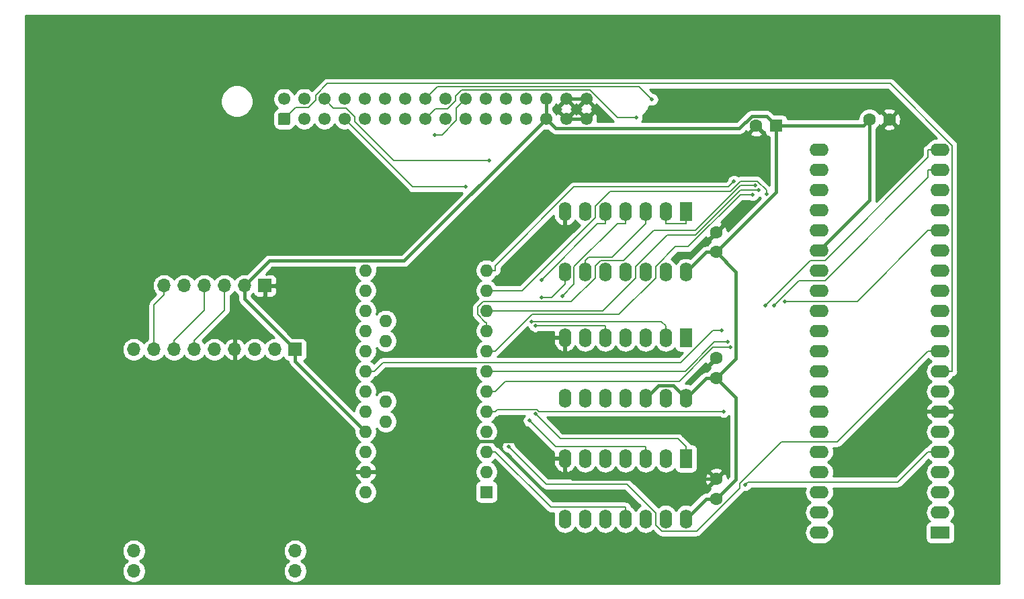
<source format=gtl>
G04 #@! TF.GenerationSoftware,KiCad,Pcbnew,(5.1.9)-1*
G04 #@! TF.CreationDate,2023-02-15T09:39:51+09:00*
G04 #@! TF.ProjectId,FM-7_SD,464d2d37-5f53-4442-9e6b-696361645f70,rev?*
G04 #@! TF.SameCoordinates,PX53920b0PY93c3260*
G04 #@! TF.FileFunction,Copper,L1,Top*
G04 #@! TF.FilePolarity,Positive*
%FSLAX46Y46*%
G04 Gerber Fmt 4.6, Leading zero omitted, Abs format (unit mm)*
G04 Created by KiCad (PCBNEW (5.1.9)-1) date 2023-02-15 09:39:51*
%MOMM*%
%LPD*%
G01*
G04 APERTURE LIST*
G04 #@! TA.AperFunction,ComponentPad*
%ADD10C,1.600000*%
G04 #@! TD*
G04 #@! TA.AperFunction,ComponentPad*
%ADD11R,1.600000X1.600000*%
G04 #@! TD*
G04 #@! TA.AperFunction,ComponentPad*
%ADD12R,1.700000X1.700000*%
G04 #@! TD*
G04 #@! TA.AperFunction,ComponentPad*
%ADD13O,1.700000X1.700000*%
G04 #@! TD*
G04 #@! TA.AperFunction,ComponentPad*
%ADD14R,1.600000X2.400000*%
G04 #@! TD*
G04 #@! TA.AperFunction,ComponentPad*
%ADD15O,1.600000X2.400000*%
G04 #@! TD*
G04 #@! TA.AperFunction,ComponentPad*
%ADD16R,2.400000X1.600000*%
G04 #@! TD*
G04 #@! TA.AperFunction,ComponentPad*
%ADD17O,2.400000X1.600000*%
G04 #@! TD*
G04 #@! TA.AperFunction,ComponentPad*
%ADD18O,1.600000X1.600000*%
G04 #@! TD*
G04 #@! TA.AperFunction,ComponentPad*
%ADD19C,1.550000*%
G04 #@! TD*
G04 #@! TA.AperFunction,ViaPad*
%ADD20C,0.500000*%
G04 #@! TD*
G04 #@! TA.AperFunction,Conductor*
%ADD21C,0.400000*%
G04 #@! TD*
G04 #@! TA.AperFunction,Conductor*
%ADD22C,0.200000*%
G04 #@! TD*
G04 #@! TA.AperFunction,Conductor*
%ADD23C,0.254000*%
G04 #@! TD*
G04 #@! TA.AperFunction,Conductor*
%ADD24C,0.100000*%
G04 #@! TD*
G04 APERTURE END LIST*
D10*
X107025000Y59200000D03*
X109525000Y59200000D03*
D11*
X95250000Y58420000D03*
D10*
X92750000Y58420000D03*
X87695000Y13865000D03*
X87695000Y11365000D03*
X87695000Y26605000D03*
X87695000Y29105000D03*
X87695000Y42480000D03*
X87695000Y44980000D03*
D12*
X34635000Y30201000D03*
D13*
X32095000Y30201000D03*
X29555000Y30201000D03*
X27015000Y30201000D03*
X24475000Y30201000D03*
X21935000Y30201000D03*
X19395000Y30201000D03*
X16855000Y30201000D03*
X14315000Y30201000D03*
X14315000Y2261000D03*
X14315000Y4801000D03*
X34635000Y2261000D03*
X34635000Y4801000D03*
D12*
X30825000Y38260000D03*
D13*
X28285000Y38260000D03*
X25745000Y38260000D03*
X23205000Y38260000D03*
X20665000Y38260000D03*
X18125000Y38260000D03*
D14*
X83885000Y16445000D03*
D15*
X68645000Y8825000D03*
X81345000Y16445000D03*
X71185000Y8825000D03*
X78805000Y16445000D03*
X73725000Y8825000D03*
X76265000Y16445000D03*
X76265000Y8825000D03*
X73725000Y16445000D03*
X78805000Y8825000D03*
X71185000Y16445000D03*
X81345000Y8825000D03*
X68645000Y16445000D03*
X83885000Y8825000D03*
X83885000Y24065000D03*
X68645000Y31685000D03*
X81345000Y24065000D03*
X71185000Y31685000D03*
X78805000Y24065000D03*
X73725000Y31685000D03*
X76265000Y24065000D03*
X76265000Y31685000D03*
X73725000Y24065000D03*
X78805000Y31685000D03*
X71185000Y24065000D03*
X81345000Y31685000D03*
X68645000Y24065000D03*
D14*
X83885000Y31685000D03*
D16*
X115915000Y7130000D03*
D17*
X100675000Y55390000D03*
X115915000Y9670000D03*
X100675000Y52850000D03*
X115915000Y12210000D03*
X100675000Y50310000D03*
X115915000Y14750000D03*
X100675000Y47770000D03*
X115915000Y17290000D03*
X100675000Y45230000D03*
X115915000Y19830000D03*
X100675000Y42690000D03*
X115915000Y22370000D03*
X100675000Y40150000D03*
X115915000Y24910000D03*
X100675000Y37610000D03*
X115915000Y27450000D03*
X100675000Y35070000D03*
X115915000Y29990000D03*
X100675000Y32530000D03*
X115915000Y32530000D03*
X100675000Y29990000D03*
X115915000Y35070000D03*
X100675000Y27450000D03*
X115915000Y37610000D03*
X100675000Y24910000D03*
X115915000Y40150000D03*
X100675000Y22370000D03*
X115915000Y42690000D03*
X100675000Y19830000D03*
X115915000Y45230000D03*
X100675000Y17290000D03*
X115915000Y47770000D03*
X100675000Y14750000D03*
X115915000Y50310000D03*
X100675000Y12210000D03*
X115915000Y52850000D03*
X100675000Y9670000D03*
X115915000Y55390000D03*
X100675000Y7130000D03*
D11*
X58765000Y12225000D03*
D18*
X58765000Y14765000D03*
X58765000Y17305000D03*
X43525000Y40165000D03*
X58765000Y19845000D03*
X43525000Y37625000D03*
X58765000Y22385000D03*
X43525000Y35085000D03*
X58765000Y24925000D03*
X43525000Y32545000D03*
X58765000Y27465000D03*
X43525000Y30005000D03*
X58765000Y30005000D03*
X43525000Y27465000D03*
X58765000Y32545000D03*
X43525000Y24925000D03*
X58765000Y35085000D03*
X43525000Y22385000D03*
X58765000Y37625000D03*
X43525000Y19845000D03*
X58765000Y40165000D03*
X43525000Y17305000D03*
X43525000Y14765000D03*
X43525000Y12225000D03*
X46065000Y21115000D03*
X46065000Y23655000D03*
X46065000Y31275000D03*
X46065000Y33815000D03*
D15*
X83885000Y39940000D03*
X68645000Y47560000D03*
X81345000Y39940000D03*
X71185000Y47560000D03*
X78805000Y39940000D03*
X73725000Y47560000D03*
X76265000Y39940000D03*
X76265000Y47560000D03*
X73725000Y39940000D03*
X78805000Y47560000D03*
X71185000Y39940000D03*
X81345000Y47560000D03*
X68645000Y39940000D03*
D14*
X83885000Y47560000D03*
G04 #@! TA.AperFunction,ComponentPad*
G36*
G01*
X33775001Y58475000D02*
X32724999Y58475000D01*
G75*
G02*
X32475000Y58724999I0J249999D01*
G01*
X32475000Y59775001D01*
G75*
G02*
X32724999Y60025000I249999J0D01*
G01*
X33775001Y60025000D01*
G75*
G02*
X34025000Y59775001I0J-249999D01*
G01*
X34025000Y58724999D01*
G75*
G02*
X33775001Y58475000I-249999J0D01*
G01*
G37*
G04 #@! TD.AperFunction*
D19*
X35790000Y59250000D03*
X38330000Y59250000D03*
X40870000Y59250000D03*
X43410000Y59250000D03*
X45950000Y59250000D03*
X48490000Y59250000D03*
X51030000Y59250000D03*
X53570000Y59250000D03*
X56110000Y59250000D03*
X58650000Y59250000D03*
X61190000Y59250000D03*
X63730000Y59250000D03*
X66270000Y59250000D03*
X68810000Y59250000D03*
X71350000Y59250000D03*
X33250000Y61790000D03*
X35790000Y61790000D03*
X38330000Y61790000D03*
X40870000Y61790000D03*
X43410000Y61790000D03*
X45950000Y61790000D03*
X48490000Y61790000D03*
X51030000Y61790000D03*
X53570000Y61790000D03*
X56110000Y61790000D03*
X58650000Y61790000D03*
X61190000Y61790000D03*
X63730000Y61790000D03*
X66270000Y61790000D03*
X68810000Y61790000D03*
X71350000Y61790000D03*
D20*
X82390000Y51658000D03*
X96370500Y36274700D03*
X88417900Y32621900D03*
X65685100Y38980000D03*
X92278000Y49707500D03*
X92638300Y50866000D03*
X93078100Y50280200D03*
X94023800Y49755000D03*
X89953900Y51395900D03*
X61531400Y17956400D03*
X88613300Y22385000D03*
X95001300Y35718500D03*
X89495300Y30451600D03*
X93888200Y35719200D03*
X89191600Y31138600D03*
X68288900Y36924100D03*
X64162100Y21221300D03*
X64398100Y33742900D03*
X56138000Y50678800D03*
X77638500Y59452400D03*
X64909800Y22072500D03*
X59100300Y53985600D03*
X64899000Y33185300D03*
X79590300Y61739900D03*
X52228100Y57240000D03*
X91330600Y13127400D03*
X65737000Y36761100D03*
D21*
X28285000Y38260000D02*
X31390000Y41365000D01*
X31390000Y41365000D02*
X48385000Y41365000D01*
X48385000Y41365000D02*
X66270000Y59250000D01*
X34635000Y30201000D02*
X34635000Y28735000D01*
X34635000Y28735000D02*
X43525000Y19845000D01*
X28285000Y38260000D02*
X28285000Y36551000D01*
X28285000Y36551000D02*
X34635000Y30201000D01*
X87695000Y26605000D02*
X90170000Y24130000D01*
X90170000Y24130000D02*
X90170000Y13840000D01*
X90170000Y13840000D02*
X87695000Y11365000D01*
X87695000Y42480000D02*
X90170000Y40005000D01*
X90170000Y40005000D02*
X90170000Y29080000D01*
X90170000Y29080000D02*
X87695000Y26605000D01*
X95250000Y58420000D02*
X95250000Y50035000D01*
X95250000Y50035000D02*
X87695000Y42480000D01*
X95250000Y58420000D02*
X106245000Y58420000D01*
X106245000Y58420000D02*
X107025000Y59200000D01*
X107025000Y59200000D02*
X107025000Y49040000D01*
X107025000Y49040000D02*
X100675000Y42690000D01*
X66270000Y59250000D02*
X66270000Y61790000D01*
X95250000Y58420000D02*
X94050000Y59620000D01*
X94050000Y59620000D02*
X92174000Y59620000D01*
X92174000Y59620000D02*
X90629000Y58075000D01*
X90629000Y58075000D02*
X67445000Y58075000D01*
X67445000Y58075000D02*
X66270000Y59250000D01*
X83885000Y24065000D02*
X82285000Y25665000D01*
X82285000Y25665000D02*
X80405000Y25665000D01*
X80405000Y25665000D02*
X78805000Y24065000D01*
X87695000Y11365000D02*
X86425000Y11365000D01*
X86425000Y11365000D02*
X83885000Y8825000D01*
X87695000Y26605000D02*
X86425000Y26605000D01*
X86425000Y26605000D02*
X83885000Y24065000D01*
X87695000Y42480000D02*
X86425000Y42480000D01*
X86425000Y42480000D02*
X83885000Y39940000D01*
X92750000Y58420000D02*
X85988000Y51658000D01*
X85988000Y51658000D02*
X82390000Y51658000D01*
X43525000Y14765000D02*
X44725300Y14765000D01*
X44725300Y14765000D02*
X48604600Y18644300D01*
X48604600Y18644300D02*
X63568800Y18644300D01*
X63568800Y18644300D02*
X65768100Y16445000D01*
X65768100Y16445000D02*
X68645000Y16445000D01*
X68645000Y16445000D02*
X68645000Y14844700D01*
X87695000Y13865000D02*
X69624700Y13865000D01*
X69624700Y13865000D02*
X68645000Y14844700D01*
X71350000Y59250000D02*
X68810000Y59250000D01*
X71350000Y61790000D02*
X68810000Y61790000D01*
D22*
X114414700Y45230000D02*
X105459400Y36274700D01*
X105459400Y36274700D02*
X96370500Y36274700D01*
X43525000Y27465000D02*
X44625300Y27465000D01*
X115915000Y45230000D02*
X114414700Y45230000D01*
X44625300Y27465000D02*
X45725600Y28565300D01*
X45725600Y28565300D02*
X83244600Y28565300D01*
X83244600Y28565300D02*
X87301200Y32621900D01*
X87301200Y32621900D02*
X88417900Y32621900D01*
X73725000Y46059700D02*
X72764800Y46059700D01*
X72764800Y46059700D02*
X65685100Y38980000D01*
X73725000Y47560000D02*
X73725000Y46059700D01*
X59865300Y30005000D02*
X64490900Y34630600D01*
X64490900Y34630600D02*
X75463600Y34630600D01*
X75463600Y34630600D02*
X80075000Y39242000D01*
X80075000Y39242000D02*
X80075000Y40642100D01*
X80075000Y40642100D02*
X82575800Y43142900D01*
X82575800Y43142900D02*
X84177700Y43142900D01*
X84177700Y43142900D02*
X90742200Y49707400D01*
X90742200Y49707400D02*
X92278000Y49707400D01*
X92278000Y49707400D02*
X92278000Y49707500D01*
X58765000Y30005000D02*
X59865300Y30005000D01*
X92638300Y50866000D02*
X90768400Y50866000D01*
X90768400Y50866000D02*
X85077200Y45174800D01*
X85077200Y45174800D02*
X79800200Y45174800D01*
X79800200Y45174800D02*
X76065700Y41440300D01*
X76065700Y41440300D02*
X73192800Y41440300D01*
X73192800Y41440300D02*
X72455000Y40702500D01*
X72455000Y40702500D02*
X72455000Y39209600D01*
X72455000Y39209600D02*
X69456000Y36210600D01*
X69456000Y36210600D02*
X58326900Y36210600D01*
X58326900Y36210600D02*
X57657500Y35541200D01*
X57657500Y35541200D02*
X57657500Y34615300D01*
X57657500Y34615300D02*
X58627500Y33645300D01*
X58627500Y33645300D02*
X58765000Y33645300D01*
X58765000Y32545000D02*
X58765000Y33645300D01*
X93078100Y50280200D02*
X90748700Y50280200D01*
X90748700Y50280200D02*
X85114500Y44646000D01*
X85114500Y44646000D02*
X81552100Y44646000D01*
X81552100Y44646000D02*
X77535000Y40628900D01*
X77535000Y40628900D02*
X77535000Y39239900D01*
X77535000Y39239900D02*
X73380200Y35085100D01*
X73380200Y35085100D02*
X59865300Y35085100D01*
X59865300Y35085100D02*
X59865300Y35085000D01*
X58765000Y35085000D02*
X59865300Y35085000D01*
X59865300Y37625000D02*
X63248000Y37625000D01*
X63248000Y37625000D02*
X72455000Y46832000D01*
X72455000Y46832000D02*
X72455000Y48268300D01*
X72455000Y48268300D02*
X74316900Y50130200D01*
X74316900Y50130200D02*
X89466500Y50130200D01*
X89466500Y50130200D02*
X90752500Y51416200D01*
X90752500Y51416200D02*
X90752500Y51416300D01*
X90752500Y51416300D02*
X92866300Y51416300D01*
X92866300Y51416300D02*
X94023800Y50258800D01*
X94023800Y50258800D02*
X94023800Y49755000D01*
X58765000Y37625000D02*
X59865300Y37625000D01*
X58765000Y40165000D02*
X59865300Y40165000D01*
X59865300Y40165000D02*
X59865300Y40766700D01*
X59865300Y40766700D02*
X69801100Y50702500D01*
X69801100Y50702500D02*
X89260500Y50702500D01*
X89260500Y50702500D02*
X89953900Y51395900D01*
X114414700Y29990000D02*
X102984700Y18560000D01*
X102984700Y18560000D02*
X95965500Y18560000D01*
X95965500Y18560000D02*
X90670400Y13264900D01*
X90670400Y13264900D02*
X90670400Y12728100D01*
X90670400Y12728100D02*
X85233900Y7291600D01*
X85233900Y7291600D02*
X80837000Y7291600D01*
X80837000Y7291600D02*
X80075000Y8053600D01*
X80075000Y8053600D02*
X80075000Y9581100D01*
X80075000Y9581100D02*
X76448100Y13208000D01*
X76448100Y13208000D02*
X66279800Y13208000D01*
X66279800Y13208000D02*
X61531400Y17956400D01*
X115915000Y29990000D02*
X114414700Y29990000D01*
X88613300Y22385000D02*
X65375600Y22385000D01*
X65375600Y22385000D02*
X65137800Y22622800D01*
X65137800Y22622800D02*
X60103100Y22622800D01*
X60103100Y22622800D02*
X59865300Y22385000D01*
X58765000Y22385000D02*
X59865300Y22385000D01*
X95001300Y35718500D02*
X98162800Y38880000D01*
X98162800Y38880000D02*
X101422800Y38880000D01*
X101422800Y38880000D02*
X114414700Y51871900D01*
X114414700Y51871900D02*
X114414700Y52850000D01*
X59865300Y24925000D02*
X61105700Y26165400D01*
X61105700Y26165400D02*
X83044700Y26165400D01*
X83044700Y26165400D02*
X87330900Y30451600D01*
X87330900Y30451600D02*
X89495300Y30451600D01*
X58765000Y24925000D02*
X59865300Y24925000D01*
X115915000Y52850000D02*
X114414700Y52850000D01*
X93888200Y35719200D02*
X99589000Y41420000D01*
X99589000Y41420000D02*
X101422800Y41420000D01*
X101422800Y41420000D02*
X114414700Y54411900D01*
X114414700Y54411900D02*
X114414700Y55390000D01*
X58765000Y27465000D02*
X83778000Y27465000D01*
X83778000Y27465000D02*
X87451600Y31138600D01*
X87451600Y31138600D02*
X89191600Y31138600D01*
X115915000Y55390000D02*
X114414700Y55390000D01*
X76265000Y47560000D02*
X76265000Y46059700D01*
X76265000Y46059700D02*
X75233500Y46059700D01*
X75233500Y46059700D02*
X69804400Y40630600D01*
X69804400Y40630600D02*
X69804400Y38439600D01*
X69804400Y38439600D02*
X68288900Y36924100D01*
X21935000Y30201000D02*
X21935000Y31351300D01*
X25745000Y38260000D02*
X25745000Y35161300D01*
X25745000Y35161300D02*
X21935000Y31351300D01*
X23205000Y38260000D02*
X23205000Y35161300D01*
X23205000Y35161300D02*
X19395000Y31351300D01*
X19395000Y30201000D02*
X19395000Y31351300D01*
X18125000Y38260000D02*
X18125000Y37109700D01*
X18125000Y37109700D02*
X16855000Y35839700D01*
X16855000Y35839700D02*
X16855000Y30201000D01*
X115915000Y27450000D02*
X117415300Y27450000D01*
X33250000Y59250000D02*
X34714600Y60714600D01*
X34714600Y60714600D02*
X36306800Y60714600D01*
X36306800Y60714600D02*
X37244700Y61652500D01*
X37244700Y61652500D02*
X37244700Y62258900D01*
X37244700Y62258900D02*
X38720500Y63734700D01*
X38720500Y63734700D02*
X109605000Y63734700D01*
X109605000Y63734700D02*
X117415300Y55924400D01*
X117415300Y55924400D02*
X117415300Y27450000D01*
X64162100Y21221300D02*
X67438100Y17945300D01*
X67438100Y17945300D02*
X78805000Y17945300D01*
X78805000Y16445000D02*
X78805000Y17945300D01*
X81345000Y33185300D02*
X80787400Y33742900D01*
X80787400Y33742900D02*
X64398100Y33742900D01*
X81345000Y31685000D02*
X81345000Y33185300D01*
X40870000Y59250000D02*
X49441200Y50678800D01*
X49441200Y50678800D02*
X56138000Y50678800D01*
X51030000Y59250000D02*
X52300000Y60520000D01*
X52300000Y60520000D02*
X53835300Y60520000D01*
X53835300Y60520000D02*
X54840000Y61524700D01*
X54840000Y61524700D02*
X54840000Y62111300D01*
X54840000Y62111300D02*
X55616900Y62888200D01*
X55616900Y62888200D02*
X71833900Y62888200D01*
X71833900Y62888200D02*
X75269700Y59452400D01*
X75269700Y59452400D02*
X77638500Y59452400D01*
X81345000Y47560000D02*
X81345000Y46059700D01*
X83885000Y47560000D02*
X83885000Y46059700D01*
X83885000Y46059700D02*
X81345000Y46059700D01*
X83885000Y16445000D02*
X83885000Y17945300D01*
X64909800Y22072500D02*
X68042000Y18940300D01*
X68042000Y18940300D02*
X82890000Y18940300D01*
X82890000Y18940300D02*
X83885000Y17945300D01*
X38330000Y61790000D02*
X39458300Y60661700D01*
X39458300Y60661700D02*
X41041200Y60661700D01*
X41041200Y60661700D02*
X42140000Y59562900D01*
X42140000Y59562900D02*
X42140000Y58943800D01*
X42140000Y58943800D02*
X47098200Y53985600D01*
X47098200Y53985600D02*
X59100300Y53985600D01*
X73725000Y33185300D02*
X64899000Y33185300D01*
X73725000Y31685000D02*
X73725000Y33185300D01*
X51030000Y61790000D02*
X52574300Y63334300D01*
X52574300Y63334300D02*
X77995900Y63334300D01*
X77995900Y63334300D02*
X79590300Y61739900D01*
X76265000Y8825000D02*
X76265000Y10325300D01*
X58765000Y17305000D02*
X59865300Y17305000D01*
X59865300Y17305000D02*
X66845000Y10325300D01*
X66845000Y10325300D02*
X76265000Y10325300D01*
X52228100Y57240000D02*
X53137700Y57240000D01*
X53137700Y57240000D02*
X54981700Y59084000D01*
X54981700Y59084000D02*
X54981700Y60661700D01*
X54981700Y60661700D02*
X56110000Y61790000D01*
X115915000Y17290000D02*
X114414700Y17290000D01*
X114414700Y17290000D02*
X110604700Y13480000D01*
X110604700Y13480000D02*
X91683200Y13480000D01*
X91683200Y13480000D02*
X91330600Y13127400D01*
X68645000Y38439700D02*
X66966400Y36761100D01*
X66966400Y36761100D02*
X65737000Y36761100D01*
X68645000Y39940000D02*
X68645000Y38439700D01*
X78805000Y46059700D02*
X74585900Y41840600D01*
X74585900Y41840600D02*
X71585300Y41840600D01*
X71585300Y41840600D02*
X71185000Y41440300D01*
X78805000Y47560000D02*
X78805000Y46059700D01*
X71185000Y39940000D02*
X71185000Y41440300D01*
D23*
X123340000Y660000D02*
X660000Y660000D01*
X660000Y4947260D01*
X12830000Y4947260D01*
X12830000Y4654740D01*
X12887068Y4367842D01*
X12999010Y4097589D01*
X13161525Y3854368D01*
X13368368Y3647525D01*
X13542760Y3531000D01*
X13368368Y3414475D01*
X13161525Y3207632D01*
X12999010Y2964411D01*
X12887068Y2694158D01*
X12830000Y2407260D01*
X12830000Y2114740D01*
X12887068Y1827842D01*
X12999010Y1557589D01*
X13161525Y1314368D01*
X13368368Y1107525D01*
X13611589Y945010D01*
X13881842Y833068D01*
X14168740Y776000D01*
X14461260Y776000D01*
X14748158Y833068D01*
X15018411Y945010D01*
X15261632Y1107525D01*
X15468475Y1314368D01*
X15630990Y1557589D01*
X15742932Y1827842D01*
X15800000Y2114740D01*
X15800000Y2407260D01*
X15742932Y2694158D01*
X15630990Y2964411D01*
X15468475Y3207632D01*
X15261632Y3414475D01*
X15087240Y3531000D01*
X15261632Y3647525D01*
X15468475Y3854368D01*
X15630990Y4097589D01*
X15742932Y4367842D01*
X15800000Y4654740D01*
X15800000Y4947260D01*
X33150000Y4947260D01*
X33150000Y4654740D01*
X33207068Y4367842D01*
X33319010Y4097589D01*
X33481525Y3854368D01*
X33688368Y3647525D01*
X33862760Y3531000D01*
X33688368Y3414475D01*
X33481525Y3207632D01*
X33319010Y2964411D01*
X33207068Y2694158D01*
X33150000Y2407260D01*
X33150000Y2114740D01*
X33207068Y1827842D01*
X33319010Y1557589D01*
X33481525Y1314368D01*
X33688368Y1107525D01*
X33931589Y945010D01*
X34201842Y833068D01*
X34488740Y776000D01*
X34781260Y776000D01*
X35068158Y833068D01*
X35338411Y945010D01*
X35581632Y1107525D01*
X35788475Y1314368D01*
X35950990Y1557589D01*
X36062932Y1827842D01*
X36120000Y2114740D01*
X36120000Y2407260D01*
X36062932Y2694158D01*
X35950990Y2964411D01*
X35788475Y3207632D01*
X35581632Y3414475D01*
X35407240Y3531000D01*
X35581632Y3647525D01*
X35788475Y3854368D01*
X35950990Y4097589D01*
X36062932Y4367842D01*
X36120000Y4654740D01*
X36120000Y4947260D01*
X36062932Y5234158D01*
X35950990Y5504411D01*
X35788475Y5747632D01*
X35581632Y5954475D01*
X35338411Y6116990D01*
X35068158Y6228932D01*
X34781260Y6286000D01*
X34488740Y6286000D01*
X34201842Y6228932D01*
X33931589Y6116990D01*
X33688368Y5954475D01*
X33481525Y5747632D01*
X33319010Y5504411D01*
X33207068Y5234158D01*
X33150000Y4947260D01*
X15800000Y4947260D01*
X15742932Y5234158D01*
X15630990Y5504411D01*
X15468475Y5747632D01*
X15261632Y5954475D01*
X15018411Y6116990D01*
X14748158Y6228932D01*
X14461260Y6286000D01*
X14168740Y6286000D01*
X13881842Y6228932D01*
X13611589Y6116990D01*
X13368368Y5954475D01*
X13161525Y5747632D01*
X12999010Y5504411D01*
X12887068Y5234158D01*
X12830000Y4947260D01*
X660000Y4947260D01*
X660000Y12366335D01*
X42090000Y12366335D01*
X42090000Y12083665D01*
X42145147Y11806426D01*
X42253320Y11545273D01*
X42410363Y11310241D01*
X42610241Y11110363D01*
X42845273Y10953320D01*
X43106426Y10845147D01*
X43383665Y10790000D01*
X43666335Y10790000D01*
X43943574Y10845147D01*
X44204727Y10953320D01*
X44439759Y11110363D01*
X44639637Y11310241D01*
X44796680Y11545273D01*
X44904853Y11806426D01*
X44960000Y12083665D01*
X44960000Y12366335D01*
X44904853Y12643574D01*
X44796680Y12904727D01*
X44639637Y13139759D01*
X44439759Y13339637D01*
X44204727Y13496680D01*
X44194135Y13501067D01*
X44380131Y13612615D01*
X44588519Y13801586D01*
X44756037Y14027580D01*
X44876246Y14281913D01*
X44916904Y14415961D01*
X44794915Y14638000D01*
X43652000Y14638000D01*
X43652000Y14618000D01*
X43398000Y14618000D01*
X43398000Y14638000D01*
X42255085Y14638000D01*
X42133096Y14415961D01*
X42173754Y14281913D01*
X42293963Y14027580D01*
X42461481Y13801586D01*
X42669869Y13612615D01*
X42855865Y13501067D01*
X42845273Y13496680D01*
X42610241Y13339637D01*
X42410363Y13139759D01*
X42253320Y12904727D01*
X42145147Y12643574D01*
X42090000Y12366335D01*
X660000Y12366335D01*
X660000Y30347260D01*
X12830000Y30347260D01*
X12830000Y30054740D01*
X12887068Y29767842D01*
X12999010Y29497589D01*
X13161525Y29254368D01*
X13368368Y29047525D01*
X13611589Y28885010D01*
X13881842Y28773068D01*
X14168740Y28716000D01*
X14461260Y28716000D01*
X14748158Y28773068D01*
X15018411Y28885010D01*
X15261632Y29047525D01*
X15468475Y29254368D01*
X15585000Y29428760D01*
X15701525Y29254368D01*
X15908368Y29047525D01*
X16151589Y28885010D01*
X16421842Y28773068D01*
X16708740Y28716000D01*
X17001260Y28716000D01*
X17288158Y28773068D01*
X17558411Y28885010D01*
X17801632Y29047525D01*
X18008475Y29254368D01*
X18125000Y29428760D01*
X18241525Y29254368D01*
X18448368Y29047525D01*
X18691589Y28885010D01*
X18961842Y28773068D01*
X19248740Y28716000D01*
X19541260Y28716000D01*
X19828158Y28773068D01*
X20098411Y28885010D01*
X20341632Y29047525D01*
X20548475Y29254368D01*
X20665000Y29428760D01*
X20781525Y29254368D01*
X20988368Y29047525D01*
X21231589Y28885010D01*
X21501842Y28773068D01*
X21788740Y28716000D01*
X22081260Y28716000D01*
X22368158Y28773068D01*
X22638411Y28885010D01*
X22881632Y29047525D01*
X23088475Y29254368D01*
X23205000Y29428760D01*
X23321525Y29254368D01*
X23528368Y29047525D01*
X23771589Y28885010D01*
X24041842Y28773068D01*
X24328740Y28716000D01*
X24621260Y28716000D01*
X24908158Y28773068D01*
X25178411Y28885010D01*
X25421632Y29047525D01*
X25628475Y29254368D01*
X25750195Y29436534D01*
X25819822Y29319645D01*
X26014731Y29103412D01*
X26248080Y28929359D01*
X26510901Y28804175D01*
X26658110Y28759524D01*
X26888000Y28880845D01*
X26888000Y30074000D01*
X26868000Y30074000D01*
X26868000Y30328000D01*
X26888000Y30328000D01*
X26888000Y31521155D01*
X26658110Y31642476D01*
X26510901Y31597825D01*
X26248080Y31472641D01*
X26014731Y31298588D01*
X25819822Y31082355D01*
X25750195Y30965466D01*
X25628475Y31147632D01*
X25421632Y31354475D01*
X25178411Y31516990D01*
X24908158Y31628932D01*
X24621260Y31686000D01*
X24328740Y31686000D01*
X24041842Y31628932D01*
X23771589Y31516990D01*
X23528368Y31354475D01*
X23321525Y31147632D01*
X23205000Y30973240D01*
X23088475Y31147632D01*
X22929627Y31306480D01*
X26239193Y34616046D01*
X26267238Y34639062D01*
X26359087Y34750980D01*
X26386554Y34802367D01*
X26427337Y34878666D01*
X26469365Y35017215D01*
X26483556Y35161300D01*
X26480000Y35197405D01*
X26480000Y36965117D01*
X26691632Y37106525D01*
X26898475Y37313368D01*
X27015000Y37487760D01*
X27131525Y37313368D01*
X27338368Y37106525D01*
X27450001Y37031934D01*
X27450001Y36592028D01*
X27445960Y36551000D01*
X27462082Y36387312D01*
X27509828Y36229914D01*
X27587364Y36084855D01*
X27597003Y36073110D01*
X27691710Y35957709D01*
X27723574Y35931559D01*
X31969132Y31686000D01*
X31948740Y31686000D01*
X31661842Y31628932D01*
X31391589Y31516990D01*
X31148368Y31354475D01*
X30941525Y31147632D01*
X30825000Y30973240D01*
X30708475Y31147632D01*
X30501632Y31354475D01*
X30258411Y31516990D01*
X29988158Y31628932D01*
X29701260Y31686000D01*
X29408740Y31686000D01*
X29121842Y31628932D01*
X28851589Y31516990D01*
X28608368Y31354475D01*
X28401525Y31147632D01*
X28279805Y30965466D01*
X28210178Y31082355D01*
X28015269Y31298588D01*
X27781920Y31472641D01*
X27519099Y31597825D01*
X27371890Y31642476D01*
X27142000Y31521155D01*
X27142000Y30328000D01*
X27162000Y30328000D01*
X27162000Y30074000D01*
X27142000Y30074000D01*
X27142000Y28880845D01*
X27371890Y28759524D01*
X27519099Y28804175D01*
X27781920Y28929359D01*
X28015269Y29103412D01*
X28210178Y29319645D01*
X28279805Y29436534D01*
X28401525Y29254368D01*
X28608368Y29047525D01*
X28851589Y28885010D01*
X29121842Y28773068D01*
X29408740Y28716000D01*
X29701260Y28716000D01*
X29988158Y28773068D01*
X30258411Y28885010D01*
X30501632Y29047525D01*
X30708475Y29254368D01*
X30825000Y29428760D01*
X30941525Y29254368D01*
X31148368Y29047525D01*
X31391589Y28885010D01*
X31661842Y28773068D01*
X31948740Y28716000D01*
X32241260Y28716000D01*
X32528158Y28773068D01*
X32798411Y28885010D01*
X33041632Y29047525D01*
X33173487Y29179380D01*
X33195498Y29106820D01*
X33254463Y28996506D01*
X33333815Y28899815D01*
X33430506Y28820463D01*
X33540820Y28761498D01*
X33660518Y28725188D01*
X33785000Y28712928D01*
X33798134Y28712928D01*
X33812082Y28571312D01*
X33859828Y28413914D01*
X33929982Y28282666D01*
X33937365Y28268854D01*
X34041710Y28141709D01*
X34073574Y28115559D01*
X42108714Y20080417D01*
X42090000Y19986335D01*
X42090000Y19703665D01*
X42145147Y19426426D01*
X42253320Y19165273D01*
X42410363Y18930241D01*
X42610241Y18730363D01*
X42842759Y18575000D01*
X42610241Y18419637D01*
X42410363Y18219759D01*
X42253320Y17984727D01*
X42145147Y17723574D01*
X42090000Y17446335D01*
X42090000Y17163665D01*
X42145147Y16886426D01*
X42253320Y16625273D01*
X42410363Y16390241D01*
X42610241Y16190363D01*
X42845273Y16033320D01*
X42855865Y16028933D01*
X42669869Y15917385D01*
X42461481Y15728414D01*
X42293963Y15502420D01*
X42173754Y15248087D01*
X42133096Y15114039D01*
X42255085Y14892000D01*
X43398000Y14892000D01*
X43398000Y14912000D01*
X43652000Y14912000D01*
X43652000Y14892000D01*
X44794915Y14892000D01*
X44916904Y15114039D01*
X44876246Y15248087D01*
X44756037Y15502420D01*
X44588519Y15728414D01*
X44380131Y15917385D01*
X44194135Y16028933D01*
X44204727Y16033320D01*
X44439759Y16190363D01*
X44639637Y16390241D01*
X44796680Y16625273D01*
X44904853Y16886426D01*
X44960000Y17163665D01*
X44960000Y17446335D01*
X44904853Y17723574D01*
X44796680Y17984727D01*
X44639637Y18219759D01*
X44439759Y18419637D01*
X44207241Y18575000D01*
X44439759Y18730363D01*
X44639637Y18930241D01*
X44796680Y19165273D01*
X44904853Y19426426D01*
X44960000Y19703665D01*
X44960000Y19986335D01*
X44904853Y20263574D01*
X44899646Y20276144D01*
X44950363Y20200241D01*
X45150241Y20000363D01*
X45385273Y19843320D01*
X45646426Y19735147D01*
X45923665Y19680000D01*
X46206335Y19680000D01*
X46483574Y19735147D01*
X46744727Y19843320D01*
X46979759Y20000363D01*
X47179637Y20200241D01*
X47336680Y20435273D01*
X47444853Y20696426D01*
X47500000Y20973665D01*
X47500000Y21256335D01*
X47444853Y21533574D01*
X47336680Y21794727D01*
X47179637Y22029759D01*
X46979759Y22229637D01*
X46747241Y22385000D01*
X46979759Y22540363D01*
X47179637Y22740241D01*
X47336680Y22975273D01*
X47444853Y23236426D01*
X47500000Y23513665D01*
X47500000Y23796335D01*
X47444853Y24073574D01*
X47336680Y24334727D01*
X47179637Y24569759D01*
X46979759Y24769637D01*
X46744727Y24926680D01*
X46483574Y25034853D01*
X46206335Y25090000D01*
X45923665Y25090000D01*
X45646426Y25034853D01*
X45385273Y24926680D01*
X45150241Y24769637D01*
X44950363Y24569759D01*
X44899646Y24493856D01*
X44904853Y24506426D01*
X44960000Y24783665D01*
X44960000Y25066335D01*
X44904853Y25343574D01*
X44796680Y25604727D01*
X44639637Y25839759D01*
X44439759Y26039637D01*
X44207241Y26195000D01*
X44439759Y26350363D01*
X44639637Y26550241D01*
X44766676Y26740368D01*
X44769385Y26740635D01*
X44907933Y26782663D01*
X45035620Y26850913D01*
X45147538Y26942762D01*
X45170558Y26970812D01*
X46030047Y27830300D01*
X57374550Y27830300D01*
X57330000Y27606335D01*
X57330000Y27323665D01*
X57385147Y27046426D01*
X57493320Y26785273D01*
X57650363Y26550241D01*
X57850241Y26350363D01*
X58082759Y26195000D01*
X57850241Y26039637D01*
X57650363Y25839759D01*
X57493320Y25604727D01*
X57385147Y25343574D01*
X57330000Y25066335D01*
X57330000Y24783665D01*
X57385147Y24506426D01*
X57493320Y24245273D01*
X57650363Y24010241D01*
X57850241Y23810363D01*
X58082759Y23655000D01*
X57850241Y23499637D01*
X57650363Y23299759D01*
X57493320Y23064727D01*
X57385147Y22803574D01*
X57330000Y22526335D01*
X57330000Y22243665D01*
X57385147Y21966426D01*
X57493320Y21705273D01*
X57650363Y21470241D01*
X57850241Y21270363D01*
X58082759Y21115000D01*
X57850241Y20959637D01*
X57650363Y20759759D01*
X57493320Y20524727D01*
X57385147Y20263574D01*
X57330000Y19986335D01*
X57330000Y19703665D01*
X57385147Y19426426D01*
X57493320Y19165273D01*
X57650363Y18930241D01*
X57850241Y18730363D01*
X58082759Y18575000D01*
X57850241Y18419637D01*
X57650363Y18219759D01*
X57493320Y17984727D01*
X57385147Y17723574D01*
X57330000Y17446335D01*
X57330000Y17163665D01*
X57385147Y16886426D01*
X57493320Y16625273D01*
X57650363Y16390241D01*
X57850241Y16190363D01*
X58082759Y16035000D01*
X57850241Y15879637D01*
X57650363Y15679759D01*
X57493320Y15444727D01*
X57385147Y15183574D01*
X57330000Y14906335D01*
X57330000Y14623665D01*
X57385147Y14346426D01*
X57493320Y14085273D01*
X57650363Y13850241D01*
X57848961Y13651643D01*
X57840518Y13650812D01*
X57720820Y13614502D01*
X57610506Y13555537D01*
X57513815Y13476185D01*
X57434463Y13379494D01*
X57375498Y13269180D01*
X57339188Y13149482D01*
X57326928Y13025000D01*
X57326928Y11425000D01*
X57339188Y11300518D01*
X57375498Y11180820D01*
X57434463Y11070506D01*
X57513815Y10973815D01*
X57610506Y10894463D01*
X57720820Y10835498D01*
X57840518Y10799188D01*
X57965000Y10786928D01*
X59565000Y10786928D01*
X59689482Y10799188D01*
X59809180Y10835498D01*
X59919494Y10894463D01*
X60016185Y10973815D01*
X60095537Y11070506D01*
X60154502Y11180820D01*
X60190812Y11300518D01*
X60203072Y11425000D01*
X60203072Y13025000D01*
X60190812Y13149482D01*
X60154502Y13269180D01*
X60095537Y13379494D01*
X60016185Y13476185D01*
X59919494Y13555537D01*
X59809180Y13614502D01*
X59689482Y13650812D01*
X59681039Y13651643D01*
X59879637Y13850241D01*
X60036680Y14085273D01*
X60144853Y14346426D01*
X60200000Y14623665D01*
X60200000Y14906335D01*
X60144853Y15183574D01*
X60036680Y15444727D01*
X59879637Y15679759D01*
X59679759Y15879637D01*
X59447241Y16035000D01*
X59679759Y16190363D01*
X59810125Y16320729D01*
X66299746Y9831107D01*
X66322762Y9803062D01*
X66434680Y9711213D01*
X66562367Y9642963D01*
X66700915Y9600935D01*
X66808895Y9590300D01*
X66808904Y9590300D01*
X66844999Y9586745D01*
X66881094Y9590300D01*
X67256242Y9590300D01*
X67230764Y9506309D01*
X67210000Y9295492D01*
X67210000Y8354509D01*
X67230764Y8143692D01*
X67312818Y7873193D01*
X67446068Y7623900D01*
X67625392Y7405393D01*
X67843899Y7226068D01*
X68093192Y7092818D01*
X68363691Y7010764D01*
X68645000Y6983057D01*
X68926308Y7010764D01*
X69196807Y7092818D01*
X69446100Y7226068D01*
X69664607Y7405392D01*
X69843932Y7623899D01*
X69915000Y7756858D01*
X69986068Y7623900D01*
X70165392Y7405393D01*
X70383899Y7226068D01*
X70633192Y7092818D01*
X70903691Y7010764D01*
X71185000Y6983057D01*
X71466308Y7010764D01*
X71736807Y7092818D01*
X71986100Y7226068D01*
X72204607Y7405392D01*
X72383932Y7623899D01*
X72455000Y7756858D01*
X72526068Y7623900D01*
X72705392Y7405393D01*
X72923899Y7226068D01*
X73173192Y7092818D01*
X73443691Y7010764D01*
X73725000Y6983057D01*
X74006308Y7010764D01*
X74276807Y7092818D01*
X74526100Y7226068D01*
X74744607Y7405392D01*
X74923932Y7623899D01*
X74995000Y7756858D01*
X75066068Y7623900D01*
X75245392Y7405393D01*
X75463899Y7226068D01*
X75713192Y7092818D01*
X75983691Y7010764D01*
X76265000Y6983057D01*
X76546308Y7010764D01*
X76816807Y7092818D01*
X77066100Y7226068D01*
X77284607Y7405392D01*
X77463932Y7623899D01*
X77535000Y7756858D01*
X77606068Y7623900D01*
X77785392Y7405393D01*
X78003899Y7226068D01*
X78253192Y7092818D01*
X78523691Y7010764D01*
X78805000Y6983057D01*
X79086308Y7010764D01*
X79356807Y7092818D01*
X79606100Y7226068D01*
X79747248Y7341905D01*
X80291746Y6797407D01*
X80314762Y6769362D01*
X80342806Y6746347D01*
X80426680Y6677513D01*
X80554366Y6609263D01*
X80692915Y6567235D01*
X80837000Y6553044D01*
X80873105Y6556600D01*
X85197795Y6556600D01*
X85233900Y6553044D01*
X85270005Y6556600D01*
X85377985Y6567235D01*
X85516533Y6609263D01*
X85644220Y6677513D01*
X85756138Y6769362D01*
X85779159Y6797413D01*
X91164593Y12182846D01*
X91192638Y12205862D01*
X91225545Y12245959D01*
X91243435Y12242400D01*
X91417765Y12242400D01*
X91588745Y12276410D01*
X91749805Y12343123D01*
X91894755Y12439976D01*
X92018024Y12563245D01*
X92114877Y12708195D01*
X92130122Y12745000D01*
X98937719Y12745000D01*
X98860764Y12491309D01*
X98833057Y12210000D01*
X98860764Y11928691D01*
X98942818Y11658192D01*
X99076068Y11408899D01*
X99255392Y11190392D01*
X99473899Y11011068D01*
X99606858Y10940000D01*
X99473899Y10868932D01*
X99255392Y10689608D01*
X99076068Y10471101D01*
X98942818Y10221808D01*
X98860764Y9951309D01*
X98833057Y9670000D01*
X98860764Y9388691D01*
X98942818Y9118192D01*
X99076068Y8868899D01*
X99255392Y8650392D01*
X99473899Y8471068D01*
X99606858Y8400000D01*
X99473899Y8328932D01*
X99255392Y8149608D01*
X99076068Y7931101D01*
X98942818Y7681808D01*
X98860764Y7411309D01*
X98833057Y7130000D01*
X98860764Y6848691D01*
X98942818Y6578192D01*
X99076068Y6328899D01*
X99255392Y6110392D01*
X99473899Y5931068D01*
X99723192Y5797818D01*
X99993691Y5715764D01*
X100204508Y5695000D01*
X101145492Y5695000D01*
X101356309Y5715764D01*
X101626808Y5797818D01*
X101876101Y5931068D01*
X102094608Y6110392D01*
X102273932Y6328899D01*
X102407182Y6578192D01*
X102489236Y6848691D01*
X102516943Y7130000D01*
X102489236Y7411309D01*
X102407182Y7681808D01*
X102273932Y7931101D01*
X102094608Y8149608D01*
X101876101Y8328932D01*
X101743142Y8400000D01*
X101876101Y8471068D01*
X102094608Y8650392D01*
X102273932Y8868899D01*
X102407182Y9118192D01*
X102489236Y9388691D01*
X102516943Y9670000D01*
X102489236Y9951309D01*
X102407182Y10221808D01*
X102273932Y10471101D01*
X102094608Y10689608D01*
X101876101Y10868932D01*
X101743142Y10940000D01*
X101876101Y11011068D01*
X102094608Y11190392D01*
X102273932Y11408899D01*
X102407182Y11658192D01*
X102489236Y11928691D01*
X102516943Y12210000D01*
X102489236Y12491309D01*
X102412281Y12745000D01*
X110568595Y12745000D01*
X110604700Y12741444D01*
X110640805Y12745000D01*
X110748785Y12755635D01*
X110887333Y12797663D01*
X111015020Y12865913D01*
X111126938Y12957762D01*
X111149959Y12985813D01*
X114467962Y16303815D01*
X114495392Y16270392D01*
X114713899Y16091068D01*
X114846858Y16020000D01*
X114713899Y15948932D01*
X114495392Y15769608D01*
X114316068Y15551101D01*
X114182818Y15301808D01*
X114100764Y15031309D01*
X114073057Y14750000D01*
X114100764Y14468691D01*
X114182818Y14198192D01*
X114316068Y13948899D01*
X114495392Y13730392D01*
X114713899Y13551068D01*
X114846858Y13480000D01*
X114713899Y13408932D01*
X114495392Y13229608D01*
X114316068Y13011101D01*
X114182818Y12761808D01*
X114100764Y12491309D01*
X114073057Y12210000D01*
X114100764Y11928691D01*
X114182818Y11658192D01*
X114316068Y11408899D01*
X114495392Y11190392D01*
X114713899Y11011068D01*
X114846858Y10940000D01*
X114713899Y10868932D01*
X114495392Y10689608D01*
X114316068Y10471101D01*
X114182818Y10221808D01*
X114100764Y9951309D01*
X114073057Y9670000D01*
X114100764Y9388691D01*
X114182818Y9118192D01*
X114316068Y8868899D01*
X114495392Y8650392D01*
X114608482Y8557581D01*
X114590518Y8555812D01*
X114470820Y8519502D01*
X114360506Y8460537D01*
X114263815Y8381185D01*
X114184463Y8284494D01*
X114125498Y8174180D01*
X114089188Y8054482D01*
X114076928Y7930000D01*
X114076928Y6330000D01*
X114089188Y6205518D01*
X114125498Y6085820D01*
X114184463Y5975506D01*
X114263815Y5878815D01*
X114360506Y5799463D01*
X114470820Y5740498D01*
X114590518Y5704188D01*
X114715000Y5691928D01*
X117115000Y5691928D01*
X117239482Y5704188D01*
X117359180Y5740498D01*
X117469494Y5799463D01*
X117566185Y5878815D01*
X117645537Y5975506D01*
X117704502Y6085820D01*
X117740812Y6205518D01*
X117753072Y6330000D01*
X117753072Y7930000D01*
X117740812Y8054482D01*
X117704502Y8174180D01*
X117645537Y8284494D01*
X117566185Y8381185D01*
X117469494Y8460537D01*
X117359180Y8519502D01*
X117239482Y8555812D01*
X117221518Y8557581D01*
X117334608Y8650392D01*
X117513932Y8868899D01*
X117647182Y9118192D01*
X117729236Y9388691D01*
X117756943Y9670000D01*
X117729236Y9951309D01*
X117647182Y10221808D01*
X117513932Y10471101D01*
X117334608Y10689608D01*
X117116101Y10868932D01*
X116983142Y10940000D01*
X117116101Y11011068D01*
X117334608Y11190392D01*
X117513932Y11408899D01*
X117647182Y11658192D01*
X117729236Y11928691D01*
X117756943Y12210000D01*
X117729236Y12491309D01*
X117647182Y12761808D01*
X117513932Y13011101D01*
X117334608Y13229608D01*
X117116101Y13408932D01*
X116983142Y13480000D01*
X117116101Y13551068D01*
X117334608Y13730392D01*
X117513932Y13948899D01*
X117647182Y14198192D01*
X117729236Y14468691D01*
X117756943Y14750000D01*
X117729236Y15031309D01*
X117647182Y15301808D01*
X117513932Y15551101D01*
X117334608Y15769608D01*
X117116101Y15948932D01*
X116983142Y16020000D01*
X117116101Y16091068D01*
X117334608Y16270392D01*
X117513932Y16488899D01*
X117647182Y16738192D01*
X117729236Y17008691D01*
X117756943Y17290000D01*
X117729236Y17571309D01*
X117647182Y17841808D01*
X117513932Y18091101D01*
X117334608Y18309608D01*
X117116101Y18488932D01*
X116983142Y18560000D01*
X117116101Y18631068D01*
X117334608Y18810392D01*
X117513932Y19028899D01*
X117647182Y19278192D01*
X117729236Y19548691D01*
X117756943Y19830000D01*
X117729236Y20111309D01*
X117647182Y20381808D01*
X117513932Y20631101D01*
X117334608Y20849608D01*
X117116101Y21028932D01*
X116988259Y21097265D01*
X117217839Y21247399D01*
X117419500Y21445105D01*
X117578715Y21678354D01*
X117689367Y21938182D01*
X117706904Y22020961D01*
X117584915Y22243000D01*
X116042000Y22243000D01*
X116042000Y22223000D01*
X115788000Y22223000D01*
X115788000Y22243000D01*
X114245085Y22243000D01*
X114123096Y22020961D01*
X114140633Y21938182D01*
X114251285Y21678354D01*
X114410500Y21445105D01*
X114612161Y21247399D01*
X114841741Y21097265D01*
X114713899Y21028932D01*
X114495392Y20849608D01*
X114316068Y20631101D01*
X114182818Y20381808D01*
X114100764Y20111309D01*
X114073057Y19830000D01*
X114100764Y19548691D01*
X114182818Y19278192D01*
X114316068Y19028899D01*
X114495392Y18810392D01*
X114713899Y18631068D01*
X114846858Y18560000D01*
X114713899Y18488932D01*
X114495392Y18309608D01*
X114316068Y18091101D01*
X114275298Y18014826D01*
X114270615Y18014365D01*
X114132066Y17972337D01*
X114081486Y17945301D01*
X114004380Y17904087D01*
X113892462Y17812238D01*
X113869446Y17784193D01*
X110300254Y14215000D01*
X102412281Y14215000D01*
X102489236Y14468691D01*
X102516943Y14750000D01*
X102489236Y15031309D01*
X102407182Y15301808D01*
X102273932Y15551101D01*
X102094608Y15769608D01*
X101876101Y15948932D01*
X101743142Y16020000D01*
X101876101Y16091068D01*
X102094608Y16270392D01*
X102273932Y16488899D01*
X102407182Y16738192D01*
X102489236Y17008691D01*
X102516943Y17290000D01*
X102489236Y17571309D01*
X102412281Y17825000D01*
X102948595Y17825000D01*
X102984700Y17821444D01*
X103020805Y17825000D01*
X103128785Y17835635D01*
X103267333Y17877663D01*
X103395020Y17945913D01*
X103506938Y18037762D01*
X103529959Y18065813D01*
X114467962Y29003815D01*
X114495392Y28970392D01*
X114713899Y28791068D01*
X114846858Y28720000D01*
X114713899Y28648932D01*
X114495392Y28469608D01*
X114316068Y28251101D01*
X114182818Y28001808D01*
X114100764Y27731309D01*
X114073057Y27450000D01*
X114100764Y27168691D01*
X114182818Y26898192D01*
X114316068Y26648899D01*
X114495392Y26430392D01*
X114713899Y26251068D01*
X114846858Y26180000D01*
X114713899Y26108932D01*
X114495392Y25929608D01*
X114316068Y25711101D01*
X114182818Y25461808D01*
X114100764Y25191309D01*
X114073057Y24910000D01*
X114100764Y24628691D01*
X114182818Y24358192D01*
X114316068Y24108899D01*
X114495392Y23890392D01*
X114713899Y23711068D01*
X114841741Y23642735D01*
X114612161Y23492601D01*
X114410500Y23294895D01*
X114251285Y23061646D01*
X114140633Y22801818D01*
X114123096Y22719039D01*
X114245085Y22497000D01*
X115788000Y22497000D01*
X115788000Y22517000D01*
X116042000Y22517000D01*
X116042000Y22497000D01*
X117584915Y22497000D01*
X117706904Y22719039D01*
X117689367Y22801818D01*
X117578715Y23061646D01*
X117419500Y23294895D01*
X117217839Y23492601D01*
X116988259Y23642735D01*
X117116101Y23711068D01*
X117334608Y23890392D01*
X117513932Y24108899D01*
X117647182Y24358192D01*
X117729236Y24628691D01*
X117756943Y24910000D01*
X117729236Y25191309D01*
X117647182Y25461808D01*
X117513932Y25711101D01*
X117334608Y25929608D01*
X117116101Y26108932D01*
X116983142Y26180000D01*
X117116101Y26251068D01*
X117334608Y26430392D01*
X117513932Y26648899D01*
X117554702Y26725174D01*
X117559385Y26725635D01*
X117697933Y26767663D01*
X117825620Y26835913D01*
X117937538Y26927762D01*
X118029387Y27039680D01*
X118097637Y27167367D01*
X118139665Y27305915D01*
X118153856Y27450000D01*
X118150300Y27486105D01*
X118150300Y55888304D01*
X118153855Y55924401D01*
X118150300Y55960498D01*
X118150300Y55960505D01*
X118139665Y56068485D01*
X118097637Y56207033D01*
X118029387Y56334720D01*
X117984832Y56389010D01*
X117960553Y56418594D01*
X117960550Y56418597D01*
X117937537Y56446638D01*
X117909498Y56469649D01*
X110150259Y64228887D01*
X110127238Y64256938D01*
X110015320Y64348787D01*
X109887633Y64417037D01*
X109749085Y64459065D01*
X109641105Y64469700D01*
X109605000Y64473256D01*
X109568895Y64469700D01*
X38756594Y64469700D01*
X38720499Y64473255D01*
X38684404Y64469700D01*
X38684395Y64469700D01*
X38576415Y64459065D01*
X38437867Y64417037D01*
X38310180Y64348787D01*
X38198262Y64256938D01*
X38175246Y64228893D01*
X36760197Y62813843D01*
X36688822Y62885218D01*
X36457885Y63039525D01*
X36201282Y63145814D01*
X35928873Y63200000D01*
X35651127Y63200000D01*
X35378718Y63145814D01*
X35122115Y63039525D01*
X34891178Y62885218D01*
X34694782Y62688822D01*
X34540475Y62457885D01*
X34520000Y62408454D01*
X34499525Y62457885D01*
X34345218Y62688822D01*
X34148822Y62885218D01*
X33917885Y63039525D01*
X33661282Y63145814D01*
X33388873Y63200000D01*
X33111127Y63200000D01*
X32838718Y63145814D01*
X32582115Y63039525D01*
X32351178Y62885218D01*
X32154782Y62688822D01*
X32000475Y62457885D01*
X31894186Y62201282D01*
X31840000Y61928873D01*
X31840000Y61651127D01*
X31894186Y61378718D01*
X32000475Y61122115D01*
X32154782Y60891178D01*
X32351178Y60694782D01*
X32464006Y60619393D01*
X32385149Y60595472D01*
X32231613Y60513405D01*
X32097038Y60402962D01*
X31986595Y60268387D01*
X31904528Y60114851D01*
X31853992Y59948255D01*
X31836928Y59775001D01*
X31836928Y58724999D01*
X31853992Y58551745D01*
X31904528Y58385149D01*
X31986595Y58231613D01*
X32097038Y58097038D01*
X32231613Y57986595D01*
X32385149Y57904528D01*
X32551745Y57853992D01*
X32724999Y57836928D01*
X33775001Y57836928D01*
X33948255Y57853992D01*
X34114851Y57904528D01*
X34268387Y57986595D01*
X34402962Y58097038D01*
X34513405Y58231613D01*
X34595472Y58385149D01*
X34619393Y58464006D01*
X34694782Y58351178D01*
X34891178Y58154782D01*
X35122115Y58000475D01*
X35378718Y57894186D01*
X35651127Y57840000D01*
X35928873Y57840000D01*
X36201282Y57894186D01*
X36457885Y58000475D01*
X36688822Y58154782D01*
X36885218Y58351178D01*
X37039525Y58582115D01*
X37060000Y58631546D01*
X37080475Y58582115D01*
X37234782Y58351178D01*
X37431178Y58154782D01*
X37662115Y58000475D01*
X37918718Y57894186D01*
X38191127Y57840000D01*
X38468873Y57840000D01*
X38741282Y57894186D01*
X38997885Y58000475D01*
X39228822Y58154782D01*
X39425218Y58351178D01*
X39579525Y58582115D01*
X39600000Y58631546D01*
X39620475Y58582115D01*
X39774782Y58351178D01*
X39971178Y58154782D01*
X40202115Y58000475D01*
X40458718Y57894186D01*
X40731127Y57840000D01*
X41008873Y57840000D01*
X41202115Y57878439D01*
X48895946Y50184607D01*
X48918962Y50156562D01*
X49030880Y50064713D01*
X49158567Y49996463D01*
X49297115Y49954435D01*
X49405095Y49943800D01*
X49405104Y49943800D01*
X49441199Y49940245D01*
X49477294Y49943800D01*
X55645047Y49943800D01*
X55718795Y49894523D01*
X55729303Y49890171D01*
X48039133Y42200000D01*
X31431018Y42200000D01*
X31389999Y42204040D01*
X31348981Y42200000D01*
X31226311Y42187918D01*
X31068913Y42140172D01*
X30923854Y42062636D01*
X30796709Y41958291D01*
X30770561Y41926429D01*
X28562940Y39718807D01*
X28431260Y39745000D01*
X28138740Y39745000D01*
X27851842Y39687932D01*
X27581589Y39575990D01*
X27338368Y39413475D01*
X27131525Y39206632D01*
X27015000Y39032240D01*
X26898475Y39206632D01*
X26691632Y39413475D01*
X26448411Y39575990D01*
X26178158Y39687932D01*
X25891260Y39745000D01*
X25598740Y39745000D01*
X25311842Y39687932D01*
X25041589Y39575990D01*
X24798368Y39413475D01*
X24591525Y39206632D01*
X24475000Y39032240D01*
X24358475Y39206632D01*
X24151632Y39413475D01*
X23908411Y39575990D01*
X23638158Y39687932D01*
X23351260Y39745000D01*
X23058740Y39745000D01*
X22771842Y39687932D01*
X22501589Y39575990D01*
X22258368Y39413475D01*
X22051525Y39206632D01*
X21935000Y39032240D01*
X21818475Y39206632D01*
X21611632Y39413475D01*
X21368411Y39575990D01*
X21098158Y39687932D01*
X20811260Y39745000D01*
X20518740Y39745000D01*
X20231842Y39687932D01*
X19961589Y39575990D01*
X19718368Y39413475D01*
X19511525Y39206632D01*
X19395000Y39032240D01*
X19278475Y39206632D01*
X19071632Y39413475D01*
X18828411Y39575990D01*
X18558158Y39687932D01*
X18271260Y39745000D01*
X17978740Y39745000D01*
X17691842Y39687932D01*
X17421589Y39575990D01*
X17178368Y39413475D01*
X16971525Y39206632D01*
X16809010Y38963411D01*
X16697068Y38693158D01*
X16640000Y38406260D01*
X16640000Y38113740D01*
X16697068Y37826842D01*
X16809010Y37556589D01*
X16971525Y37313368D01*
X17130373Y37154520D01*
X16360808Y36384954D01*
X16332762Y36361937D01*
X16240913Y36250019D01*
X16172663Y36122332D01*
X16146290Y36035393D01*
X16130635Y35983785D01*
X16116444Y35839700D01*
X16120000Y35803595D01*
X16120001Y31495883D01*
X15908368Y31354475D01*
X15701525Y31147632D01*
X15585000Y30973240D01*
X15468475Y31147632D01*
X15261632Y31354475D01*
X15018411Y31516990D01*
X14748158Y31628932D01*
X14461260Y31686000D01*
X14168740Y31686000D01*
X13881842Y31628932D01*
X13611589Y31516990D01*
X13368368Y31354475D01*
X13161525Y31147632D01*
X12999010Y30904411D01*
X12887068Y30634158D01*
X12830000Y30347260D01*
X660000Y30347260D01*
X660000Y61692892D01*
X25240000Y61692892D01*
X25240000Y61287108D01*
X25319165Y60889120D01*
X25474452Y60514224D01*
X25699894Y60176827D01*
X25986827Y59889894D01*
X26324224Y59664452D01*
X26699120Y59509165D01*
X27097108Y59430000D01*
X27502892Y59430000D01*
X27900880Y59509165D01*
X28275776Y59664452D01*
X28613173Y59889894D01*
X28900106Y60176827D01*
X29125548Y60514224D01*
X29280835Y60889120D01*
X29360000Y61287108D01*
X29360000Y61692892D01*
X29280835Y62090880D01*
X29125548Y62465776D01*
X28900106Y62803173D01*
X28613173Y63090106D01*
X28275776Y63315548D01*
X27900880Y63470835D01*
X27502892Y63550000D01*
X27097108Y63550000D01*
X26699120Y63470835D01*
X26324224Y63315548D01*
X25986827Y63090106D01*
X25699894Y62803173D01*
X25474452Y62465776D01*
X25319165Y62090880D01*
X25240000Y61692892D01*
X660000Y61692892D01*
X660000Y72340000D01*
X123340001Y72340000D01*
X123340000Y660000D01*
G04 #@! TA.AperFunction,Conductor*
D24*
G36*
X123340000Y660000D02*
G01*
X660000Y660000D01*
X660000Y4947260D01*
X12830000Y4947260D01*
X12830000Y4654740D01*
X12887068Y4367842D01*
X12999010Y4097589D01*
X13161525Y3854368D01*
X13368368Y3647525D01*
X13542760Y3531000D01*
X13368368Y3414475D01*
X13161525Y3207632D01*
X12999010Y2964411D01*
X12887068Y2694158D01*
X12830000Y2407260D01*
X12830000Y2114740D01*
X12887068Y1827842D01*
X12999010Y1557589D01*
X13161525Y1314368D01*
X13368368Y1107525D01*
X13611589Y945010D01*
X13881842Y833068D01*
X14168740Y776000D01*
X14461260Y776000D01*
X14748158Y833068D01*
X15018411Y945010D01*
X15261632Y1107525D01*
X15468475Y1314368D01*
X15630990Y1557589D01*
X15742932Y1827842D01*
X15800000Y2114740D01*
X15800000Y2407260D01*
X15742932Y2694158D01*
X15630990Y2964411D01*
X15468475Y3207632D01*
X15261632Y3414475D01*
X15087240Y3531000D01*
X15261632Y3647525D01*
X15468475Y3854368D01*
X15630990Y4097589D01*
X15742932Y4367842D01*
X15800000Y4654740D01*
X15800000Y4947260D01*
X33150000Y4947260D01*
X33150000Y4654740D01*
X33207068Y4367842D01*
X33319010Y4097589D01*
X33481525Y3854368D01*
X33688368Y3647525D01*
X33862760Y3531000D01*
X33688368Y3414475D01*
X33481525Y3207632D01*
X33319010Y2964411D01*
X33207068Y2694158D01*
X33150000Y2407260D01*
X33150000Y2114740D01*
X33207068Y1827842D01*
X33319010Y1557589D01*
X33481525Y1314368D01*
X33688368Y1107525D01*
X33931589Y945010D01*
X34201842Y833068D01*
X34488740Y776000D01*
X34781260Y776000D01*
X35068158Y833068D01*
X35338411Y945010D01*
X35581632Y1107525D01*
X35788475Y1314368D01*
X35950990Y1557589D01*
X36062932Y1827842D01*
X36120000Y2114740D01*
X36120000Y2407260D01*
X36062932Y2694158D01*
X35950990Y2964411D01*
X35788475Y3207632D01*
X35581632Y3414475D01*
X35407240Y3531000D01*
X35581632Y3647525D01*
X35788475Y3854368D01*
X35950990Y4097589D01*
X36062932Y4367842D01*
X36120000Y4654740D01*
X36120000Y4947260D01*
X36062932Y5234158D01*
X35950990Y5504411D01*
X35788475Y5747632D01*
X35581632Y5954475D01*
X35338411Y6116990D01*
X35068158Y6228932D01*
X34781260Y6286000D01*
X34488740Y6286000D01*
X34201842Y6228932D01*
X33931589Y6116990D01*
X33688368Y5954475D01*
X33481525Y5747632D01*
X33319010Y5504411D01*
X33207068Y5234158D01*
X33150000Y4947260D01*
X15800000Y4947260D01*
X15742932Y5234158D01*
X15630990Y5504411D01*
X15468475Y5747632D01*
X15261632Y5954475D01*
X15018411Y6116990D01*
X14748158Y6228932D01*
X14461260Y6286000D01*
X14168740Y6286000D01*
X13881842Y6228932D01*
X13611589Y6116990D01*
X13368368Y5954475D01*
X13161525Y5747632D01*
X12999010Y5504411D01*
X12887068Y5234158D01*
X12830000Y4947260D01*
X660000Y4947260D01*
X660000Y12366335D01*
X42090000Y12366335D01*
X42090000Y12083665D01*
X42145147Y11806426D01*
X42253320Y11545273D01*
X42410363Y11310241D01*
X42610241Y11110363D01*
X42845273Y10953320D01*
X43106426Y10845147D01*
X43383665Y10790000D01*
X43666335Y10790000D01*
X43943574Y10845147D01*
X44204727Y10953320D01*
X44439759Y11110363D01*
X44639637Y11310241D01*
X44796680Y11545273D01*
X44904853Y11806426D01*
X44960000Y12083665D01*
X44960000Y12366335D01*
X44904853Y12643574D01*
X44796680Y12904727D01*
X44639637Y13139759D01*
X44439759Y13339637D01*
X44204727Y13496680D01*
X44194135Y13501067D01*
X44380131Y13612615D01*
X44588519Y13801586D01*
X44756037Y14027580D01*
X44876246Y14281913D01*
X44916904Y14415961D01*
X44794915Y14638000D01*
X43652000Y14638000D01*
X43652000Y14618000D01*
X43398000Y14618000D01*
X43398000Y14638000D01*
X42255085Y14638000D01*
X42133096Y14415961D01*
X42173754Y14281913D01*
X42293963Y14027580D01*
X42461481Y13801586D01*
X42669869Y13612615D01*
X42855865Y13501067D01*
X42845273Y13496680D01*
X42610241Y13339637D01*
X42410363Y13139759D01*
X42253320Y12904727D01*
X42145147Y12643574D01*
X42090000Y12366335D01*
X660000Y12366335D01*
X660000Y30347260D01*
X12830000Y30347260D01*
X12830000Y30054740D01*
X12887068Y29767842D01*
X12999010Y29497589D01*
X13161525Y29254368D01*
X13368368Y29047525D01*
X13611589Y28885010D01*
X13881842Y28773068D01*
X14168740Y28716000D01*
X14461260Y28716000D01*
X14748158Y28773068D01*
X15018411Y28885010D01*
X15261632Y29047525D01*
X15468475Y29254368D01*
X15585000Y29428760D01*
X15701525Y29254368D01*
X15908368Y29047525D01*
X16151589Y28885010D01*
X16421842Y28773068D01*
X16708740Y28716000D01*
X17001260Y28716000D01*
X17288158Y28773068D01*
X17558411Y28885010D01*
X17801632Y29047525D01*
X18008475Y29254368D01*
X18125000Y29428760D01*
X18241525Y29254368D01*
X18448368Y29047525D01*
X18691589Y28885010D01*
X18961842Y28773068D01*
X19248740Y28716000D01*
X19541260Y28716000D01*
X19828158Y28773068D01*
X20098411Y28885010D01*
X20341632Y29047525D01*
X20548475Y29254368D01*
X20665000Y29428760D01*
X20781525Y29254368D01*
X20988368Y29047525D01*
X21231589Y28885010D01*
X21501842Y28773068D01*
X21788740Y28716000D01*
X22081260Y28716000D01*
X22368158Y28773068D01*
X22638411Y28885010D01*
X22881632Y29047525D01*
X23088475Y29254368D01*
X23205000Y29428760D01*
X23321525Y29254368D01*
X23528368Y29047525D01*
X23771589Y28885010D01*
X24041842Y28773068D01*
X24328740Y28716000D01*
X24621260Y28716000D01*
X24908158Y28773068D01*
X25178411Y28885010D01*
X25421632Y29047525D01*
X25628475Y29254368D01*
X25750195Y29436534D01*
X25819822Y29319645D01*
X26014731Y29103412D01*
X26248080Y28929359D01*
X26510901Y28804175D01*
X26658110Y28759524D01*
X26888000Y28880845D01*
X26888000Y30074000D01*
X26868000Y30074000D01*
X26868000Y30328000D01*
X26888000Y30328000D01*
X26888000Y31521155D01*
X26658110Y31642476D01*
X26510901Y31597825D01*
X26248080Y31472641D01*
X26014731Y31298588D01*
X25819822Y31082355D01*
X25750195Y30965466D01*
X25628475Y31147632D01*
X25421632Y31354475D01*
X25178411Y31516990D01*
X24908158Y31628932D01*
X24621260Y31686000D01*
X24328740Y31686000D01*
X24041842Y31628932D01*
X23771589Y31516990D01*
X23528368Y31354475D01*
X23321525Y31147632D01*
X23205000Y30973240D01*
X23088475Y31147632D01*
X22929627Y31306480D01*
X26239193Y34616046D01*
X26267238Y34639062D01*
X26359087Y34750980D01*
X26386554Y34802367D01*
X26427337Y34878666D01*
X26469365Y35017215D01*
X26483556Y35161300D01*
X26480000Y35197405D01*
X26480000Y36965117D01*
X26691632Y37106525D01*
X26898475Y37313368D01*
X27015000Y37487760D01*
X27131525Y37313368D01*
X27338368Y37106525D01*
X27450001Y37031934D01*
X27450001Y36592028D01*
X27445960Y36551000D01*
X27462082Y36387312D01*
X27509828Y36229914D01*
X27587364Y36084855D01*
X27597003Y36073110D01*
X27691710Y35957709D01*
X27723574Y35931559D01*
X31969132Y31686000D01*
X31948740Y31686000D01*
X31661842Y31628932D01*
X31391589Y31516990D01*
X31148368Y31354475D01*
X30941525Y31147632D01*
X30825000Y30973240D01*
X30708475Y31147632D01*
X30501632Y31354475D01*
X30258411Y31516990D01*
X29988158Y31628932D01*
X29701260Y31686000D01*
X29408740Y31686000D01*
X29121842Y31628932D01*
X28851589Y31516990D01*
X28608368Y31354475D01*
X28401525Y31147632D01*
X28279805Y30965466D01*
X28210178Y31082355D01*
X28015269Y31298588D01*
X27781920Y31472641D01*
X27519099Y31597825D01*
X27371890Y31642476D01*
X27142000Y31521155D01*
X27142000Y30328000D01*
X27162000Y30328000D01*
X27162000Y30074000D01*
X27142000Y30074000D01*
X27142000Y28880845D01*
X27371890Y28759524D01*
X27519099Y28804175D01*
X27781920Y28929359D01*
X28015269Y29103412D01*
X28210178Y29319645D01*
X28279805Y29436534D01*
X28401525Y29254368D01*
X28608368Y29047525D01*
X28851589Y28885010D01*
X29121842Y28773068D01*
X29408740Y28716000D01*
X29701260Y28716000D01*
X29988158Y28773068D01*
X30258411Y28885010D01*
X30501632Y29047525D01*
X30708475Y29254368D01*
X30825000Y29428760D01*
X30941525Y29254368D01*
X31148368Y29047525D01*
X31391589Y28885010D01*
X31661842Y28773068D01*
X31948740Y28716000D01*
X32241260Y28716000D01*
X32528158Y28773068D01*
X32798411Y28885010D01*
X33041632Y29047525D01*
X33173487Y29179380D01*
X33195498Y29106820D01*
X33254463Y28996506D01*
X33333815Y28899815D01*
X33430506Y28820463D01*
X33540820Y28761498D01*
X33660518Y28725188D01*
X33785000Y28712928D01*
X33798134Y28712928D01*
X33812082Y28571312D01*
X33859828Y28413914D01*
X33929982Y28282666D01*
X33937365Y28268854D01*
X34041710Y28141709D01*
X34073574Y28115559D01*
X42108714Y20080417D01*
X42090000Y19986335D01*
X42090000Y19703665D01*
X42145147Y19426426D01*
X42253320Y19165273D01*
X42410363Y18930241D01*
X42610241Y18730363D01*
X42842759Y18575000D01*
X42610241Y18419637D01*
X42410363Y18219759D01*
X42253320Y17984727D01*
X42145147Y17723574D01*
X42090000Y17446335D01*
X42090000Y17163665D01*
X42145147Y16886426D01*
X42253320Y16625273D01*
X42410363Y16390241D01*
X42610241Y16190363D01*
X42845273Y16033320D01*
X42855865Y16028933D01*
X42669869Y15917385D01*
X42461481Y15728414D01*
X42293963Y15502420D01*
X42173754Y15248087D01*
X42133096Y15114039D01*
X42255085Y14892000D01*
X43398000Y14892000D01*
X43398000Y14912000D01*
X43652000Y14912000D01*
X43652000Y14892000D01*
X44794915Y14892000D01*
X44916904Y15114039D01*
X44876246Y15248087D01*
X44756037Y15502420D01*
X44588519Y15728414D01*
X44380131Y15917385D01*
X44194135Y16028933D01*
X44204727Y16033320D01*
X44439759Y16190363D01*
X44639637Y16390241D01*
X44796680Y16625273D01*
X44904853Y16886426D01*
X44960000Y17163665D01*
X44960000Y17446335D01*
X44904853Y17723574D01*
X44796680Y17984727D01*
X44639637Y18219759D01*
X44439759Y18419637D01*
X44207241Y18575000D01*
X44439759Y18730363D01*
X44639637Y18930241D01*
X44796680Y19165273D01*
X44904853Y19426426D01*
X44960000Y19703665D01*
X44960000Y19986335D01*
X44904853Y20263574D01*
X44899646Y20276144D01*
X44950363Y20200241D01*
X45150241Y20000363D01*
X45385273Y19843320D01*
X45646426Y19735147D01*
X45923665Y19680000D01*
X46206335Y19680000D01*
X46483574Y19735147D01*
X46744727Y19843320D01*
X46979759Y20000363D01*
X47179637Y20200241D01*
X47336680Y20435273D01*
X47444853Y20696426D01*
X47500000Y20973665D01*
X47500000Y21256335D01*
X47444853Y21533574D01*
X47336680Y21794727D01*
X47179637Y22029759D01*
X46979759Y22229637D01*
X46747241Y22385000D01*
X46979759Y22540363D01*
X47179637Y22740241D01*
X47336680Y22975273D01*
X47444853Y23236426D01*
X47500000Y23513665D01*
X47500000Y23796335D01*
X47444853Y24073574D01*
X47336680Y24334727D01*
X47179637Y24569759D01*
X46979759Y24769637D01*
X46744727Y24926680D01*
X46483574Y25034853D01*
X46206335Y25090000D01*
X45923665Y25090000D01*
X45646426Y25034853D01*
X45385273Y24926680D01*
X45150241Y24769637D01*
X44950363Y24569759D01*
X44899646Y24493856D01*
X44904853Y24506426D01*
X44960000Y24783665D01*
X44960000Y25066335D01*
X44904853Y25343574D01*
X44796680Y25604727D01*
X44639637Y25839759D01*
X44439759Y26039637D01*
X44207241Y26195000D01*
X44439759Y26350363D01*
X44639637Y26550241D01*
X44766676Y26740368D01*
X44769385Y26740635D01*
X44907933Y26782663D01*
X45035620Y26850913D01*
X45147538Y26942762D01*
X45170558Y26970812D01*
X46030047Y27830300D01*
X57374550Y27830300D01*
X57330000Y27606335D01*
X57330000Y27323665D01*
X57385147Y27046426D01*
X57493320Y26785273D01*
X57650363Y26550241D01*
X57850241Y26350363D01*
X58082759Y26195000D01*
X57850241Y26039637D01*
X57650363Y25839759D01*
X57493320Y25604727D01*
X57385147Y25343574D01*
X57330000Y25066335D01*
X57330000Y24783665D01*
X57385147Y24506426D01*
X57493320Y24245273D01*
X57650363Y24010241D01*
X57850241Y23810363D01*
X58082759Y23655000D01*
X57850241Y23499637D01*
X57650363Y23299759D01*
X57493320Y23064727D01*
X57385147Y22803574D01*
X57330000Y22526335D01*
X57330000Y22243665D01*
X57385147Y21966426D01*
X57493320Y21705273D01*
X57650363Y21470241D01*
X57850241Y21270363D01*
X58082759Y21115000D01*
X57850241Y20959637D01*
X57650363Y20759759D01*
X57493320Y20524727D01*
X57385147Y20263574D01*
X57330000Y19986335D01*
X57330000Y19703665D01*
X57385147Y19426426D01*
X57493320Y19165273D01*
X57650363Y18930241D01*
X57850241Y18730363D01*
X58082759Y18575000D01*
X57850241Y18419637D01*
X57650363Y18219759D01*
X57493320Y17984727D01*
X57385147Y17723574D01*
X57330000Y17446335D01*
X57330000Y17163665D01*
X57385147Y16886426D01*
X57493320Y16625273D01*
X57650363Y16390241D01*
X57850241Y16190363D01*
X58082759Y16035000D01*
X57850241Y15879637D01*
X57650363Y15679759D01*
X57493320Y15444727D01*
X57385147Y15183574D01*
X57330000Y14906335D01*
X57330000Y14623665D01*
X57385147Y14346426D01*
X57493320Y14085273D01*
X57650363Y13850241D01*
X57848961Y13651643D01*
X57840518Y13650812D01*
X57720820Y13614502D01*
X57610506Y13555537D01*
X57513815Y13476185D01*
X57434463Y13379494D01*
X57375498Y13269180D01*
X57339188Y13149482D01*
X57326928Y13025000D01*
X57326928Y11425000D01*
X57339188Y11300518D01*
X57375498Y11180820D01*
X57434463Y11070506D01*
X57513815Y10973815D01*
X57610506Y10894463D01*
X57720820Y10835498D01*
X57840518Y10799188D01*
X57965000Y10786928D01*
X59565000Y10786928D01*
X59689482Y10799188D01*
X59809180Y10835498D01*
X59919494Y10894463D01*
X60016185Y10973815D01*
X60095537Y11070506D01*
X60154502Y11180820D01*
X60190812Y11300518D01*
X60203072Y11425000D01*
X60203072Y13025000D01*
X60190812Y13149482D01*
X60154502Y13269180D01*
X60095537Y13379494D01*
X60016185Y13476185D01*
X59919494Y13555537D01*
X59809180Y13614502D01*
X59689482Y13650812D01*
X59681039Y13651643D01*
X59879637Y13850241D01*
X60036680Y14085273D01*
X60144853Y14346426D01*
X60200000Y14623665D01*
X60200000Y14906335D01*
X60144853Y15183574D01*
X60036680Y15444727D01*
X59879637Y15679759D01*
X59679759Y15879637D01*
X59447241Y16035000D01*
X59679759Y16190363D01*
X59810125Y16320729D01*
X66299746Y9831107D01*
X66322762Y9803062D01*
X66434680Y9711213D01*
X66562367Y9642963D01*
X66700915Y9600935D01*
X66808895Y9590300D01*
X66808904Y9590300D01*
X66844999Y9586745D01*
X66881094Y9590300D01*
X67256242Y9590300D01*
X67230764Y9506309D01*
X67210000Y9295492D01*
X67210000Y8354509D01*
X67230764Y8143692D01*
X67312818Y7873193D01*
X67446068Y7623900D01*
X67625392Y7405393D01*
X67843899Y7226068D01*
X68093192Y7092818D01*
X68363691Y7010764D01*
X68645000Y6983057D01*
X68926308Y7010764D01*
X69196807Y7092818D01*
X69446100Y7226068D01*
X69664607Y7405392D01*
X69843932Y7623899D01*
X69915000Y7756858D01*
X69986068Y7623900D01*
X70165392Y7405393D01*
X70383899Y7226068D01*
X70633192Y7092818D01*
X70903691Y7010764D01*
X71185000Y6983057D01*
X71466308Y7010764D01*
X71736807Y7092818D01*
X71986100Y7226068D01*
X72204607Y7405392D01*
X72383932Y7623899D01*
X72455000Y7756858D01*
X72526068Y7623900D01*
X72705392Y7405393D01*
X72923899Y7226068D01*
X73173192Y7092818D01*
X73443691Y7010764D01*
X73725000Y6983057D01*
X74006308Y7010764D01*
X74276807Y7092818D01*
X74526100Y7226068D01*
X74744607Y7405392D01*
X74923932Y7623899D01*
X74995000Y7756858D01*
X75066068Y7623900D01*
X75245392Y7405393D01*
X75463899Y7226068D01*
X75713192Y7092818D01*
X75983691Y7010764D01*
X76265000Y6983057D01*
X76546308Y7010764D01*
X76816807Y7092818D01*
X77066100Y7226068D01*
X77284607Y7405392D01*
X77463932Y7623899D01*
X77535000Y7756858D01*
X77606068Y7623900D01*
X77785392Y7405393D01*
X78003899Y7226068D01*
X78253192Y7092818D01*
X78523691Y7010764D01*
X78805000Y6983057D01*
X79086308Y7010764D01*
X79356807Y7092818D01*
X79606100Y7226068D01*
X79747248Y7341905D01*
X80291746Y6797407D01*
X80314762Y6769362D01*
X80342806Y6746347D01*
X80426680Y6677513D01*
X80554366Y6609263D01*
X80692915Y6567235D01*
X80837000Y6553044D01*
X80873105Y6556600D01*
X85197795Y6556600D01*
X85233900Y6553044D01*
X85270005Y6556600D01*
X85377985Y6567235D01*
X85516533Y6609263D01*
X85644220Y6677513D01*
X85756138Y6769362D01*
X85779159Y6797413D01*
X91164593Y12182846D01*
X91192638Y12205862D01*
X91225545Y12245959D01*
X91243435Y12242400D01*
X91417765Y12242400D01*
X91588745Y12276410D01*
X91749805Y12343123D01*
X91894755Y12439976D01*
X92018024Y12563245D01*
X92114877Y12708195D01*
X92130122Y12745000D01*
X98937719Y12745000D01*
X98860764Y12491309D01*
X98833057Y12210000D01*
X98860764Y11928691D01*
X98942818Y11658192D01*
X99076068Y11408899D01*
X99255392Y11190392D01*
X99473899Y11011068D01*
X99606858Y10940000D01*
X99473899Y10868932D01*
X99255392Y10689608D01*
X99076068Y10471101D01*
X98942818Y10221808D01*
X98860764Y9951309D01*
X98833057Y9670000D01*
X98860764Y9388691D01*
X98942818Y9118192D01*
X99076068Y8868899D01*
X99255392Y8650392D01*
X99473899Y8471068D01*
X99606858Y8400000D01*
X99473899Y8328932D01*
X99255392Y8149608D01*
X99076068Y7931101D01*
X98942818Y7681808D01*
X98860764Y7411309D01*
X98833057Y7130000D01*
X98860764Y6848691D01*
X98942818Y6578192D01*
X99076068Y6328899D01*
X99255392Y6110392D01*
X99473899Y5931068D01*
X99723192Y5797818D01*
X99993691Y5715764D01*
X100204508Y5695000D01*
X101145492Y5695000D01*
X101356309Y5715764D01*
X101626808Y5797818D01*
X101876101Y5931068D01*
X102094608Y6110392D01*
X102273932Y6328899D01*
X102407182Y6578192D01*
X102489236Y6848691D01*
X102516943Y7130000D01*
X102489236Y7411309D01*
X102407182Y7681808D01*
X102273932Y7931101D01*
X102094608Y8149608D01*
X101876101Y8328932D01*
X101743142Y8400000D01*
X101876101Y8471068D01*
X102094608Y8650392D01*
X102273932Y8868899D01*
X102407182Y9118192D01*
X102489236Y9388691D01*
X102516943Y9670000D01*
X102489236Y9951309D01*
X102407182Y10221808D01*
X102273932Y10471101D01*
X102094608Y10689608D01*
X101876101Y10868932D01*
X101743142Y10940000D01*
X101876101Y11011068D01*
X102094608Y11190392D01*
X102273932Y11408899D01*
X102407182Y11658192D01*
X102489236Y11928691D01*
X102516943Y12210000D01*
X102489236Y12491309D01*
X102412281Y12745000D01*
X110568595Y12745000D01*
X110604700Y12741444D01*
X110640805Y12745000D01*
X110748785Y12755635D01*
X110887333Y12797663D01*
X111015020Y12865913D01*
X111126938Y12957762D01*
X111149959Y12985813D01*
X114467962Y16303815D01*
X114495392Y16270392D01*
X114713899Y16091068D01*
X114846858Y16020000D01*
X114713899Y15948932D01*
X114495392Y15769608D01*
X114316068Y15551101D01*
X114182818Y15301808D01*
X114100764Y15031309D01*
X114073057Y14750000D01*
X114100764Y14468691D01*
X114182818Y14198192D01*
X114316068Y13948899D01*
X114495392Y13730392D01*
X114713899Y13551068D01*
X114846858Y13480000D01*
X114713899Y13408932D01*
X114495392Y13229608D01*
X114316068Y13011101D01*
X114182818Y12761808D01*
X114100764Y12491309D01*
X114073057Y12210000D01*
X114100764Y11928691D01*
X114182818Y11658192D01*
X114316068Y11408899D01*
X114495392Y11190392D01*
X114713899Y11011068D01*
X114846858Y10940000D01*
X114713899Y10868932D01*
X114495392Y10689608D01*
X114316068Y10471101D01*
X114182818Y10221808D01*
X114100764Y9951309D01*
X114073057Y9670000D01*
X114100764Y9388691D01*
X114182818Y9118192D01*
X114316068Y8868899D01*
X114495392Y8650392D01*
X114608482Y8557581D01*
X114590518Y8555812D01*
X114470820Y8519502D01*
X114360506Y8460537D01*
X114263815Y8381185D01*
X114184463Y8284494D01*
X114125498Y8174180D01*
X114089188Y8054482D01*
X114076928Y7930000D01*
X114076928Y6330000D01*
X114089188Y6205518D01*
X114125498Y6085820D01*
X114184463Y5975506D01*
X114263815Y5878815D01*
X114360506Y5799463D01*
X114470820Y5740498D01*
X114590518Y5704188D01*
X114715000Y5691928D01*
X117115000Y5691928D01*
X117239482Y5704188D01*
X117359180Y5740498D01*
X117469494Y5799463D01*
X117566185Y5878815D01*
X117645537Y5975506D01*
X117704502Y6085820D01*
X117740812Y6205518D01*
X117753072Y6330000D01*
X117753072Y7930000D01*
X117740812Y8054482D01*
X117704502Y8174180D01*
X117645537Y8284494D01*
X117566185Y8381185D01*
X117469494Y8460537D01*
X117359180Y8519502D01*
X117239482Y8555812D01*
X117221518Y8557581D01*
X117334608Y8650392D01*
X117513932Y8868899D01*
X117647182Y9118192D01*
X117729236Y9388691D01*
X117756943Y9670000D01*
X117729236Y9951309D01*
X117647182Y10221808D01*
X117513932Y10471101D01*
X117334608Y10689608D01*
X117116101Y10868932D01*
X116983142Y10940000D01*
X117116101Y11011068D01*
X117334608Y11190392D01*
X117513932Y11408899D01*
X117647182Y11658192D01*
X117729236Y11928691D01*
X117756943Y12210000D01*
X117729236Y12491309D01*
X117647182Y12761808D01*
X117513932Y13011101D01*
X117334608Y13229608D01*
X117116101Y13408932D01*
X116983142Y13480000D01*
X117116101Y13551068D01*
X117334608Y13730392D01*
X117513932Y13948899D01*
X117647182Y14198192D01*
X117729236Y14468691D01*
X117756943Y14750000D01*
X117729236Y15031309D01*
X117647182Y15301808D01*
X117513932Y15551101D01*
X117334608Y15769608D01*
X117116101Y15948932D01*
X116983142Y16020000D01*
X117116101Y16091068D01*
X117334608Y16270392D01*
X117513932Y16488899D01*
X117647182Y16738192D01*
X117729236Y17008691D01*
X117756943Y17290000D01*
X117729236Y17571309D01*
X117647182Y17841808D01*
X117513932Y18091101D01*
X117334608Y18309608D01*
X117116101Y18488932D01*
X116983142Y18560000D01*
X117116101Y18631068D01*
X117334608Y18810392D01*
X117513932Y19028899D01*
X117647182Y19278192D01*
X117729236Y19548691D01*
X117756943Y19830000D01*
X117729236Y20111309D01*
X117647182Y20381808D01*
X117513932Y20631101D01*
X117334608Y20849608D01*
X117116101Y21028932D01*
X116988259Y21097265D01*
X117217839Y21247399D01*
X117419500Y21445105D01*
X117578715Y21678354D01*
X117689367Y21938182D01*
X117706904Y22020961D01*
X117584915Y22243000D01*
X116042000Y22243000D01*
X116042000Y22223000D01*
X115788000Y22223000D01*
X115788000Y22243000D01*
X114245085Y22243000D01*
X114123096Y22020961D01*
X114140633Y21938182D01*
X114251285Y21678354D01*
X114410500Y21445105D01*
X114612161Y21247399D01*
X114841741Y21097265D01*
X114713899Y21028932D01*
X114495392Y20849608D01*
X114316068Y20631101D01*
X114182818Y20381808D01*
X114100764Y20111309D01*
X114073057Y19830000D01*
X114100764Y19548691D01*
X114182818Y19278192D01*
X114316068Y19028899D01*
X114495392Y18810392D01*
X114713899Y18631068D01*
X114846858Y18560000D01*
X114713899Y18488932D01*
X114495392Y18309608D01*
X114316068Y18091101D01*
X114275298Y18014826D01*
X114270615Y18014365D01*
X114132066Y17972337D01*
X114081486Y17945301D01*
X114004380Y17904087D01*
X113892462Y17812238D01*
X113869446Y17784193D01*
X110300254Y14215000D01*
X102412281Y14215000D01*
X102489236Y14468691D01*
X102516943Y14750000D01*
X102489236Y15031309D01*
X102407182Y15301808D01*
X102273932Y15551101D01*
X102094608Y15769608D01*
X101876101Y15948932D01*
X101743142Y16020000D01*
X101876101Y16091068D01*
X102094608Y16270392D01*
X102273932Y16488899D01*
X102407182Y16738192D01*
X102489236Y17008691D01*
X102516943Y17290000D01*
X102489236Y17571309D01*
X102412281Y17825000D01*
X102948595Y17825000D01*
X102984700Y17821444D01*
X103020805Y17825000D01*
X103128785Y17835635D01*
X103267333Y17877663D01*
X103395020Y17945913D01*
X103506938Y18037762D01*
X103529959Y18065813D01*
X114467962Y29003815D01*
X114495392Y28970392D01*
X114713899Y28791068D01*
X114846858Y28720000D01*
X114713899Y28648932D01*
X114495392Y28469608D01*
X114316068Y28251101D01*
X114182818Y28001808D01*
X114100764Y27731309D01*
X114073057Y27450000D01*
X114100764Y27168691D01*
X114182818Y26898192D01*
X114316068Y26648899D01*
X114495392Y26430392D01*
X114713899Y26251068D01*
X114846858Y26180000D01*
X114713899Y26108932D01*
X114495392Y25929608D01*
X114316068Y25711101D01*
X114182818Y25461808D01*
X114100764Y25191309D01*
X114073057Y24910000D01*
X114100764Y24628691D01*
X114182818Y24358192D01*
X114316068Y24108899D01*
X114495392Y23890392D01*
X114713899Y23711068D01*
X114841741Y23642735D01*
X114612161Y23492601D01*
X114410500Y23294895D01*
X114251285Y23061646D01*
X114140633Y22801818D01*
X114123096Y22719039D01*
X114245085Y22497000D01*
X115788000Y22497000D01*
X115788000Y22517000D01*
X116042000Y22517000D01*
X116042000Y22497000D01*
X117584915Y22497000D01*
X117706904Y22719039D01*
X117689367Y22801818D01*
X117578715Y23061646D01*
X117419500Y23294895D01*
X117217839Y23492601D01*
X116988259Y23642735D01*
X117116101Y23711068D01*
X117334608Y23890392D01*
X117513932Y24108899D01*
X117647182Y24358192D01*
X117729236Y24628691D01*
X117756943Y24910000D01*
X117729236Y25191309D01*
X117647182Y25461808D01*
X117513932Y25711101D01*
X117334608Y25929608D01*
X117116101Y26108932D01*
X116983142Y26180000D01*
X117116101Y26251068D01*
X117334608Y26430392D01*
X117513932Y26648899D01*
X117554702Y26725174D01*
X117559385Y26725635D01*
X117697933Y26767663D01*
X117825620Y26835913D01*
X117937538Y26927762D01*
X118029387Y27039680D01*
X118097637Y27167367D01*
X118139665Y27305915D01*
X118153856Y27450000D01*
X118150300Y27486105D01*
X118150300Y55888304D01*
X118153855Y55924401D01*
X118150300Y55960498D01*
X118150300Y55960505D01*
X118139665Y56068485D01*
X118097637Y56207033D01*
X118029387Y56334720D01*
X117984832Y56389010D01*
X117960553Y56418594D01*
X117960550Y56418597D01*
X117937537Y56446638D01*
X117909498Y56469649D01*
X110150259Y64228887D01*
X110127238Y64256938D01*
X110015320Y64348787D01*
X109887633Y64417037D01*
X109749085Y64459065D01*
X109641105Y64469700D01*
X109605000Y64473256D01*
X109568895Y64469700D01*
X38756594Y64469700D01*
X38720499Y64473255D01*
X38684404Y64469700D01*
X38684395Y64469700D01*
X38576415Y64459065D01*
X38437867Y64417037D01*
X38310180Y64348787D01*
X38198262Y64256938D01*
X38175246Y64228893D01*
X36760197Y62813843D01*
X36688822Y62885218D01*
X36457885Y63039525D01*
X36201282Y63145814D01*
X35928873Y63200000D01*
X35651127Y63200000D01*
X35378718Y63145814D01*
X35122115Y63039525D01*
X34891178Y62885218D01*
X34694782Y62688822D01*
X34540475Y62457885D01*
X34520000Y62408454D01*
X34499525Y62457885D01*
X34345218Y62688822D01*
X34148822Y62885218D01*
X33917885Y63039525D01*
X33661282Y63145814D01*
X33388873Y63200000D01*
X33111127Y63200000D01*
X32838718Y63145814D01*
X32582115Y63039525D01*
X32351178Y62885218D01*
X32154782Y62688822D01*
X32000475Y62457885D01*
X31894186Y62201282D01*
X31840000Y61928873D01*
X31840000Y61651127D01*
X31894186Y61378718D01*
X32000475Y61122115D01*
X32154782Y60891178D01*
X32351178Y60694782D01*
X32464006Y60619393D01*
X32385149Y60595472D01*
X32231613Y60513405D01*
X32097038Y60402962D01*
X31986595Y60268387D01*
X31904528Y60114851D01*
X31853992Y59948255D01*
X31836928Y59775001D01*
X31836928Y58724999D01*
X31853992Y58551745D01*
X31904528Y58385149D01*
X31986595Y58231613D01*
X32097038Y58097038D01*
X32231613Y57986595D01*
X32385149Y57904528D01*
X32551745Y57853992D01*
X32724999Y57836928D01*
X33775001Y57836928D01*
X33948255Y57853992D01*
X34114851Y57904528D01*
X34268387Y57986595D01*
X34402962Y58097038D01*
X34513405Y58231613D01*
X34595472Y58385149D01*
X34619393Y58464006D01*
X34694782Y58351178D01*
X34891178Y58154782D01*
X35122115Y58000475D01*
X35378718Y57894186D01*
X35651127Y57840000D01*
X35928873Y57840000D01*
X36201282Y57894186D01*
X36457885Y58000475D01*
X36688822Y58154782D01*
X36885218Y58351178D01*
X37039525Y58582115D01*
X37060000Y58631546D01*
X37080475Y58582115D01*
X37234782Y58351178D01*
X37431178Y58154782D01*
X37662115Y58000475D01*
X37918718Y57894186D01*
X38191127Y57840000D01*
X38468873Y57840000D01*
X38741282Y57894186D01*
X38997885Y58000475D01*
X39228822Y58154782D01*
X39425218Y58351178D01*
X39579525Y58582115D01*
X39600000Y58631546D01*
X39620475Y58582115D01*
X39774782Y58351178D01*
X39971178Y58154782D01*
X40202115Y58000475D01*
X40458718Y57894186D01*
X40731127Y57840000D01*
X41008873Y57840000D01*
X41202115Y57878439D01*
X48895946Y50184607D01*
X48918962Y50156562D01*
X49030880Y50064713D01*
X49158567Y49996463D01*
X49297115Y49954435D01*
X49405095Y49943800D01*
X49405104Y49943800D01*
X49441199Y49940245D01*
X49477294Y49943800D01*
X55645047Y49943800D01*
X55718795Y49894523D01*
X55729303Y49890171D01*
X48039133Y42200000D01*
X31431018Y42200000D01*
X31389999Y42204040D01*
X31348981Y42200000D01*
X31226311Y42187918D01*
X31068913Y42140172D01*
X30923854Y42062636D01*
X30796709Y41958291D01*
X30770561Y41926429D01*
X28562940Y39718807D01*
X28431260Y39745000D01*
X28138740Y39745000D01*
X27851842Y39687932D01*
X27581589Y39575990D01*
X27338368Y39413475D01*
X27131525Y39206632D01*
X27015000Y39032240D01*
X26898475Y39206632D01*
X26691632Y39413475D01*
X26448411Y39575990D01*
X26178158Y39687932D01*
X25891260Y39745000D01*
X25598740Y39745000D01*
X25311842Y39687932D01*
X25041589Y39575990D01*
X24798368Y39413475D01*
X24591525Y39206632D01*
X24475000Y39032240D01*
X24358475Y39206632D01*
X24151632Y39413475D01*
X23908411Y39575990D01*
X23638158Y39687932D01*
X23351260Y39745000D01*
X23058740Y39745000D01*
X22771842Y39687932D01*
X22501589Y39575990D01*
X22258368Y39413475D01*
X22051525Y39206632D01*
X21935000Y39032240D01*
X21818475Y39206632D01*
X21611632Y39413475D01*
X21368411Y39575990D01*
X21098158Y39687932D01*
X20811260Y39745000D01*
X20518740Y39745000D01*
X20231842Y39687932D01*
X19961589Y39575990D01*
X19718368Y39413475D01*
X19511525Y39206632D01*
X19395000Y39032240D01*
X19278475Y39206632D01*
X19071632Y39413475D01*
X18828411Y39575990D01*
X18558158Y39687932D01*
X18271260Y39745000D01*
X17978740Y39745000D01*
X17691842Y39687932D01*
X17421589Y39575990D01*
X17178368Y39413475D01*
X16971525Y39206632D01*
X16809010Y38963411D01*
X16697068Y38693158D01*
X16640000Y38406260D01*
X16640000Y38113740D01*
X16697068Y37826842D01*
X16809010Y37556589D01*
X16971525Y37313368D01*
X17130373Y37154520D01*
X16360808Y36384954D01*
X16332762Y36361937D01*
X16240913Y36250019D01*
X16172663Y36122332D01*
X16146290Y36035393D01*
X16130635Y35983785D01*
X16116444Y35839700D01*
X16120000Y35803595D01*
X16120001Y31495883D01*
X15908368Y31354475D01*
X15701525Y31147632D01*
X15585000Y30973240D01*
X15468475Y31147632D01*
X15261632Y31354475D01*
X15018411Y31516990D01*
X14748158Y31628932D01*
X14461260Y31686000D01*
X14168740Y31686000D01*
X13881842Y31628932D01*
X13611589Y31516990D01*
X13368368Y31354475D01*
X13161525Y31147632D01*
X12999010Y30904411D01*
X12887068Y30634158D01*
X12830000Y30347260D01*
X660000Y30347260D01*
X660000Y61692892D01*
X25240000Y61692892D01*
X25240000Y61287108D01*
X25319165Y60889120D01*
X25474452Y60514224D01*
X25699894Y60176827D01*
X25986827Y59889894D01*
X26324224Y59664452D01*
X26699120Y59509165D01*
X27097108Y59430000D01*
X27502892Y59430000D01*
X27900880Y59509165D01*
X28275776Y59664452D01*
X28613173Y59889894D01*
X28900106Y60176827D01*
X29125548Y60514224D01*
X29280835Y60889120D01*
X29360000Y61287108D01*
X29360000Y61692892D01*
X29280835Y62090880D01*
X29125548Y62465776D01*
X28900106Y62803173D01*
X28613173Y63090106D01*
X28275776Y63315548D01*
X27900880Y63470835D01*
X27502892Y63550000D01*
X27097108Y63550000D01*
X26699120Y63470835D01*
X26324224Y63315548D01*
X25986827Y63090106D01*
X25699894Y62803173D01*
X25474452Y62465776D01*
X25319165Y62090880D01*
X25240000Y61692892D01*
X660000Y61692892D01*
X660000Y72340000D01*
X123340001Y72340000D01*
X123340000Y660000D01*
G37*
G04 #@! TD.AperFunction*
D23*
X63474676Y21785455D02*
X63377823Y21640505D01*
X63311110Y21479445D01*
X63277100Y21308465D01*
X63277100Y21134135D01*
X63311110Y20963155D01*
X63377823Y20802095D01*
X63474676Y20657145D01*
X63597945Y20533876D01*
X63742895Y20437023D01*
X63903955Y20370310D01*
X63990948Y20353006D01*
X66892846Y17451107D01*
X66915862Y17423062D01*
X66953413Y17392245D01*
X67027780Y17331213D01*
X67155466Y17262963D01*
X67258965Y17231567D01*
X67210000Y16972000D01*
X67210000Y16572000D01*
X68518000Y16572000D01*
X68518000Y16592000D01*
X68772000Y16592000D01*
X68772000Y16572000D01*
X68792000Y16572000D01*
X68792000Y16318000D01*
X68772000Y16318000D01*
X68772000Y14775085D01*
X68994039Y14653096D01*
X69076818Y14670633D01*
X69336646Y14781285D01*
X69569895Y14940500D01*
X69767601Y15142161D01*
X69917735Y15371742D01*
X69986068Y15243900D01*
X70165392Y15025393D01*
X70383899Y14846068D01*
X70633192Y14712818D01*
X70903691Y14630764D01*
X71185000Y14603057D01*
X71466308Y14630764D01*
X71736807Y14712818D01*
X71986100Y14846068D01*
X72204607Y15025392D01*
X72383932Y15243899D01*
X72455000Y15376858D01*
X72526068Y15243900D01*
X72705392Y15025393D01*
X72923899Y14846068D01*
X73173192Y14712818D01*
X73443691Y14630764D01*
X73725000Y14603057D01*
X74006308Y14630764D01*
X74276807Y14712818D01*
X74526100Y14846068D01*
X74744607Y15025392D01*
X74923932Y15243899D01*
X74995000Y15376858D01*
X75066068Y15243900D01*
X75245392Y15025393D01*
X75463899Y14846068D01*
X75713192Y14712818D01*
X75983691Y14630764D01*
X76265000Y14603057D01*
X76546308Y14630764D01*
X76816807Y14712818D01*
X77066100Y14846068D01*
X77284607Y15025392D01*
X77463932Y15243899D01*
X77535000Y15376858D01*
X77606068Y15243900D01*
X77785392Y15025393D01*
X78003899Y14846068D01*
X78253192Y14712818D01*
X78523691Y14630764D01*
X78805000Y14603057D01*
X79086308Y14630764D01*
X79356807Y14712818D01*
X79606100Y14846068D01*
X79824607Y15025392D01*
X80003932Y15243899D01*
X80075000Y15376858D01*
X80146068Y15243900D01*
X80325392Y15025393D01*
X80543899Y14846068D01*
X80793192Y14712818D01*
X81063691Y14630764D01*
X81345000Y14603057D01*
X81626308Y14630764D01*
X81896807Y14712818D01*
X82146100Y14846068D01*
X82364607Y15025392D01*
X82457419Y15138483D01*
X82459188Y15120518D01*
X82495498Y15000820D01*
X82554463Y14890506D01*
X82633815Y14793815D01*
X82730506Y14714463D01*
X82840820Y14655498D01*
X82960518Y14619188D01*
X83085000Y14606928D01*
X84685000Y14606928D01*
X84809482Y14619188D01*
X84929180Y14655498D01*
X85039494Y14714463D01*
X85136185Y14793815D01*
X85188615Y14857702D01*
X86881903Y14857702D01*
X87695000Y14044605D01*
X88508097Y14857702D01*
X88436514Y15101671D01*
X88181004Y15222571D01*
X87906816Y15291300D01*
X87624488Y15305217D01*
X87344870Y15263787D01*
X87078708Y15168603D01*
X86953486Y15101671D01*
X86881903Y14857702D01*
X85188615Y14857702D01*
X85215537Y14890506D01*
X85274502Y15000820D01*
X85310812Y15120518D01*
X85323072Y15245000D01*
X85323072Y17645000D01*
X85310812Y17769482D01*
X85274502Y17889180D01*
X85215537Y17999494D01*
X85136185Y18096185D01*
X85039494Y18175537D01*
X84929180Y18234502D01*
X84809482Y18270812D01*
X84685000Y18283072D01*
X84537865Y18283072D01*
X84499087Y18355620D01*
X84407238Y18467538D01*
X84379193Y18490554D01*
X83435258Y19434488D01*
X83412238Y19462538D01*
X83300320Y19554387D01*
X83172633Y19622637D01*
X83034085Y19664665D01*
X82926105Y19675300D01*
X82890000Y19678856D01*
X82853895Y19675300D01*
X68346447Y19675300D01*
X66371746Y21650000D01*
X88120347Y21650000D01*
X88194095Y21600723D01*
X88355155Y21534010D01*
X88526135Y21500000D01*
X88700465Y21500000D01*
X88871445Y21534010D01*
X89032505Y21600723D01*
X89177455Y21697576D01*
X89300724Y21820845D01*
X89335000Y21872143D01*
X89335001Y14185870D01*
X89128691Y13979559D01*
X89093787Y14215130D01*
X88998603Y14481292D01*
X88931671Y14606514D01*
X88687702Y14678097D01*
X87874605Y13865000D01*
X87888748Y13850857D01*
X87709143Y13671252D01*
X87695000Y13685395D01*
X86881903Y12872298D01*
X86953486Y12628329D01*
X86982341Y12614676D01*
X86780241Y12479637D01*
X86580363Y12279759D01*
X86527070Y12200000D01*
X86466007Y12200000D01*
X86424999Y12204039D01*
X86383991Y12200000D01*
X86383981Y12200000D01*
X86261311Y12187918D01*
X86103913Y12140172D01*
X85958854Y12062636D01*
X85831709Y11958291D01*
X85805561Y11926429D01*
X84436429Y10557297D01*
X84166309Y10639236D01*
X83885000Y10666943D01*
X83603692Y10639236D01*
X83333193Y10557182D01*
X83083900Y10423932D01*
X82865393Y10244608D01*
X82686068Y10026101D01*
X82615000Y9893142D01*
X82543932Y10026101D01*
X82364608Y10244608D01*
X82146101Y10423932D01*
X81896808Y10557182D01*
X81626309Y10639236D01*
X81345000Y10666943D01*
X81063692Y10639236D01*
X80793193Y10557182D01*
X80543900Y10423932D01*
X80394349Y10301198D01*
X76993359Y13702187D01*
X76970338Y13730238D01*
X76892050Y13794488D01*
X86254783Y13794488D01*
X86296213Y13514870D01*
X86391397Y13248708D01*
X86458329Y13123486D01*
X86702298Y13051903D01*
X87515395Y13865000D01*
X86702298Y14678097D01*
X86458329Y14606514D01*
X86337429Y14351004D01*
X86268700Y14076816D01*
X86254783Y13794488D01*
X76892050Y13794488D01*
X76858420Y13822087D01*
X76730733Y13890337D01*
X76592185Y13932365D01*
X76484205Y13943000D01*
X76448100Y13946556D01*
X76411995Y13943000D01*
X66584247Y13943000D01*
X64209247Y16318000D01*
X67210000Y16318000D01*
X67210000Y15918000D01*
X67262350Y15640486D01*
X67367834Y15378517D01*
X67522399Y15142161D01*
X67720105Y14940500D01*
X67953354Y14781285D01*
X68213182Y14670633D01*
X68295961Y14653096D01*
X68518000Y14775085D01*
X68518000Y16318000D01*
X67210000Y16318000D01*
X64209247Y16318000D01*
X62399694Y18127552D01*
X62382390Y18214545D01*
X62315677Y18375605D01*
X62218824Y18520555D01*
X62095555Y18643824D01*
X61950605Y18740677D01*
X61789545Y18807390D01*
X61618565Y18841400D01*
X61444235Y18841400D01*
X61273255Y18807390D01*
X61112195Y18740677D01*
X60967245Y18643824D01*
X60843976Y18520555D01*
X60747123Y18375605D01*
X60680410Y18214545D01*
X60646400Y18043565D01*
X60646400Y17869235D01*
X60680410Y17698255D01*
X60747123Y17537195D01*
X60843976Y17392245D01*
X60967245Y17268976D01*
X61112195Y17172123D01*
X61273255Y17105410D01*
X61360248Y17088106D01*
X65734546Y12713807D01*
X65757562Y12685762D01*
X65827544Y12628329D01*
X65869480Y12593913D01*
X65997166Y12525663D01*
X66135715Y12483635D01*
X66279800Y12469444D01*
X66315905Y12473000D01*
X76143654Y12473000D01*
X78126950Y10489704D01*
X78003900Y10423932D01*
X77785393Y10244608D01*
X77606068Y10026101D01*
X77535000Y9893142D01*
X77463932Y10026101D01*
X77284608Y10244608D01*
X77066101Y10423932D01*
X76989826Y10464702D01*
X76989365Y10469385D01*
X76947337Y10607933D01*
X76879087Y10735620D01*
X76787238Y10847538D01*
X76675320Y10939387D01*
X76547633Y11007637D01*
X76409085Y11049665D01*
X76301105Y11060300D01*
X76265000Y11063856D01*
X76228895Y11060300D01*
X67149447Y11060300D01*
X60410559Y17799187D01*
X60387538Y17827238D01*
X60275620Y17919087D01*
X60147933Y17987337D01*
X60009385Y18029365D01*
X60006676Y18029632D01*
X59879637Y18219759D01*
X59679759Y18419637D01*
X59447241Y18575000D01*
X59679759Y18730363D01*
X59879637Y18930241D01*
X60036680Y19165273D01*
X60144853Y19426426D01*
X60200000Y19703665D01*
X60200000Y19986335D01*
X60144853Y20263574D01*
X60036680Y20524727D01*
X59879637Y20759759D01*
X59679759Y20959637D01*
X59447241Y21115000D01*
X59679759Y21270363D01*
X59879637Y21470241D01*
X60006676Y21660368D01*
X60009385Y21660635D01*
X60147933Y21702663D01*
X60275620Y21770913D01*
X60387538Y21862762D01*
X60408086Y21887800D01*
X63577021Y21887800D01*
X63474676Y21785455D01*
G04 #@! TA.AperFunction,Conductor*
D24*
G36*
X63474676Y21785455D02*
G01*
X63377823Y21640505D01*
X63311110Y21479445D01*
X63277100Y21308465D01*
X63277100Y21134135D01*
X63311110Y20963155D01*
X63377823Y20802095D01*
X63474676Y20657145D01*
X63597945Y20533876D01*
X63742895Y20437023D01*
X63903955Y20370310D01*
X63990948Y20353006D01*
X66892846Y17451107D01*
X66915862Y17423062D01*
X66953413Y17392245D01*
X67027780Y17331213D01*
X67155466Y17262963D01*
X67258965Y17231567D01*
X67210000Y16972000D01*
X67210000Y16572000D01*
X68518000Y16572000D01*
X68518000Y16592000D01*
X68772000Y16592000D01*
X68772000Y16572000D01*
X68792000Y16572000D01*
X68792000Y16318000D01*
X68772000Y16318000D01*
X68772000Y14775085D01*
X68994039Y14653096D01*
X69076818Y14670633D01*
X69336646Y14781285D01*
X69569895Y14940500D01*
X69767601Y15142161D01*
X69917735Y15371742D01*
X69986068Y15243900D01*
X70165392Y15025393D01*
X70383899Y14846068D01*
X70633192Y14712818D01*
X70903691Y14630764D01*
X71185000Y14603057D01*
X71466308Y14630764D01*
X71736807Y14712818D01*
X71986100Y14846068D01*
X72204607Y15025392D01*
X72383932Y15243899D01*
X72455000Y15376858D01*
X72526068Y15243900D01*
X72705392Y15025393D01*
X72923899Y14846068D01*
X73173192Y14712818D01*
X73443691Y14630764D01*
X73725000Y14603057D01*
X74006308Y14630764D01*
X74276807Y14712818D01*
X74526100Y14846068D01*
X74744607Y15025392D01*
X74923932Y15243899D01*
X74995000Y15376858D01*
X75066068Y15243900D01*
X75245392Y15025393D01*
X75463899Y14846068D01*
X75713192Y14712818D01*
X75983691Y14630764D01*
X76265000Y14603057D01*
X76546308Y14630764D01*
X76816807Y14712818D01*
X77066100Y14846068D01*
X77284607Y15025392D01*
X77463932Y15243899D01*
X77535000Y15376858D01*
X77606068Y15243900D01*
X77785392Y15025393D01*
X78003899Y14846068D01*
X78253192Y14712818D01*
X78523691Y14630764D01*
X78805000Y14603057D01*
X79086308Y14630764D01*
X79356807Y14712818D01*
X79606100Y14846068D01*
X79824607Y15025392D01*
X80003932Y15243899D01*
X80075000Y15376858D01*
X80146068Y15243900D01*
X80325392Y15025393D01*
X80543899Y14846068D01*
X80793192Y14712818D01*
X81063691Y14630764D01*
X81345000Y14603057D01*
X81626308Y14630764D01*
X81896807Y14712818D01*
X82146100Y14846068D01*
X82364607Y15025392D01*
X82457419Y15138483D01*
X82459188Y15120518D01*
X82495498Y15000820D01*
X82554463Y14890506D01*
X82633815Y14793815D01*
X82730506Y14714463D01*
X82840820Y14655498D01*
X82960518Y14619188D01*
X83085000Y14606928D01*
X84685000Y14606928D01*
X84809482Y14619188D01*
X84929180Y14655498D01*
X85039494Y14714463D01*
X85136185Y14793815D01*
X85188615Y14857702D01*
X86881903Y14857702D01*
X87695000Y14044605D01*
X88508097Y14857702D01*
X88436514Y15101671D01*
X88181004Y15222571D01*
X87906816Y15291300D01*
X87624488Y15305217D01*
X87344870Y15263787D01*
X87078708Y15168603D01*
X86953486Y15101671D01*
X86881903Y14857702D01*
X85188615Y14857702D01*
X85215537Y14890506D01*
X85274502Y15000820D01*
X85310812Y15120518D01*
X85323072Y15245000D01*
X85323072Y17645000D01*
X85310812Y17769482D01*
X85274502Y17889180D01*
X85215537Y17999494D01*
X85136185Y18096185D01*
X85039494Y18175537D01*
X84929180Y18234502D01*
X84809482Y18270812D01*
X84685000Y18283072D01*
X84537865Y18283072D01*
X84499087Y18355620D01*
X84407238Y18467538D01*
X84379193Y18490554D01*
X83435258Y19434488D01*
X83412238Y19462538D01*
X83300320Y19554387D01*
X83172633Y19622637D01*
X83034085Y19664665D01*
X82926105Y19675300D01*
X82890000Y19678856D01*
X82853895Y19675300D01*
X68346447Y19675300D01*
X66371746Y21650000D01*
X88120347Y21650000D01*
X88194095Y21600723D01*
X88355155Y21534010D01*
X88526135Y21500000D01*
X88700465Y21500000D01*
X88871445Y21534010D01*
X89032505Y21600723D01*
X89177455Y21697576D01*
X89300724Y21820845D01*
X89335000Y21872143D01*
X89335001Y14185870D01*
X89128691Y13979559D01*
X89093787Y14215130D01*
X88998603Y14481292D01*
X88931671Y14606514D01*
X88687702Y14678097D01*
X87874605Y13865000D01*
X87888748Y13850857D01*
X87709143Y13671252D01*
X87695000Y13685395D01*
X86881903Y12872298D01*
X86953486Y12628329D01*
X86982341Y12614676D01*
X86780241Y12479637D01*
X86580363Y12279759D01*
X86527070Y12200000D01*
X86466007Y12200000D01*
X86424999Y12204039D01*
X86383991Y12200000D01*
X86383981Y12200000D01*
X86261311Y12187918D01*
X86103913Y12140172D01*
X85958854Y12062636D01*
X85831709Y11958291D01*
X85805561Y11926429D01*
X84436429Y10557297D01*
X84166309Y10639236D01*
X83885000Y10666943D01*
X83603692Y10639236D01*
X83333193Y10557182D01*
X83083900Y10423932D01*
X82865393Y10244608D01*
X82686068Y10026101D01*
X82615000Y9893142D01*
X82543932Y10026101D01*
X82364608Y10244608D01*
X82146101Y10423932D01*
X81896808Y10557182D01*
X81626309Y10639236D01*
X81345000Y10666943D01*
X81063692Y10639236D01*
X80793193Y10557182D01*
X80543900Y10423932D01*
X80394349Y10301198D01*
X76993359Y13702187D01*
X76970338Y13730238D01*
X76892050Y13794488D01*
X86254783Y13794488D01*
X86296213Y13514870D01*
X86391397Y13248708D01*
X86458329Y13123486D01*
X86702298Y13051903D01*
X87515395Y13865000D01*
X86702298Y14678097D01*
X86458329Y14606514D01*
X86337429Y14351004D01*
X86268700Y14076816D01*
X86254783Y13794488D01*
X76892050Y13794488D01*
X76858420Y13822087D01*
X76730733Y13890337D01*
X76592185Y13932365D01*
X76484205Y13943000D01*
X76448100Y13946556D01*
X76411995Y13943000D01*
X66584247Y13943000D01*
X64209247Y16318000D01*
X67210000Y16318000D01*
X67210000Y15918000D01*
X67262350Y15640486D01*
X67367834Y15378517D01*
X67522399Y15142161D01*
X67720105Y14940500D01*
X67953354Y14781285D01*
X68213182Y14670633D01*
X68295961Y14653096D01*
X68518000Y14775085D01*
X68518000Y16318000D01*
X67210000Y16318000D01*
X64209247Y16318000D01*
X62399694Y18127552D01*
X62382390Y18214545D01*
X62315677Y18375605D01*
X62218824Y18520555D01*
X62095555Y18643824D01*
X61950605Y18740677D01*
X61789545Y18807390D01*
X61618565Y18841400D01*
X61444235Y18841400D01*
X61273255Y18807390D01*
X61112195Y18740677D01*
X60967245Y18643824D01*
X60843976Y18520555D01*
X60747123Y18375605D01*
X60680410Y18214545D01*
X60646400Y18043565D01*
X60646400Y17869235D01*
X60680410Y17698255D01*
X60747123Y17537195D01*
X60843976Y17392245D01*
X60967245Y17268976D01*
X61112195Y17172123D01*
X61273255Y17105410D01*
X61360248Y17088106D01*
X65734546Y12713807D01*
X65757562Y12685762D01*
X65827544Y12628329D01*
X65869480Y12593913D01*
X65997166Y12525663D01*
X66135715Y12483635D01*
X66279800Y12469444D01*
X66315905Y12473000D01*
X76143654Y12473000D01*
X78126950Y10489704D01*
X78003900Y10423932D01*
X77785393Y10244608D01*
X77606068Y10026101D01*
X77535000Y9893142D01*
X77463932Y10026101D01*
X77284608Y10244608D01*
X77066101Y10423932D01*
X76989826Y10464702D01*
X76989365Y10469385D01*
X76947337Y10607933D01*
X76879087Y10735620D01*
X76787238Y10847538D01*
X76675320Y10939387D01*
X76547633Y11007637D01*
X76409085Y11049665D01*
X76301105Y11060300D01*
X76265000Y11063856D01*
X76228895Y11060300D01*
X67149447Y11060300D01*
X60410559Y17799187D01*
X60387538Y17827238D01*
X60275620Y17919087D01*
X60147933Y17987337D01*
X60009385Y18029365D01*
X60006676Y18029632D01*
X59879637Y18219759D01*
X59679759Y18419637D01*
X59447241Y18575000D01*
X59679759Y18730363D01*
X59879637Y18930241D01*
X60036680Y19165273D01*
X60144853Y19426426D01*
X60200000Y19703665D01*
X60200000Y19986335D01*
X60144853Y20263574D01*
X60036680Y20524727D01*
X59879637Y20759759D01*
X59679759Y20959637D01*
X59447241Y21115000D01*
X59679759Y21270363D01*
X59879637Y21470241D01*
X60006676Y21660368D01*
X60009385Y21660635D01*
X60147933Y21702663D01*
X60275620Y21770913D01*
X60387538Y21862762D01*
X60408086Y21887800D01*
X63577021Y21887800D01*
X63474676Y21785455D01*
G37*
G04 #@! TD.AperFunction*
D23*
X42090000Y40306335D02*
X42090000Y40023665D01*
X42145147Y39746426D01*
X42253320Y39485273D01*
X42410363Y39250241D01*
X42610241Y39050363D01*
X42842759Y38895000D01*
X42610241Y38739637D01*
X42410363Y38539759D01*
X42253320Y38304727D01*
X42145147Y38043574D01*
X42090000Y37766335D01*
X42090000Y37483665D01*
X42145147Y37206426D01*
X42253320Y36945273D01*
X42410363Y36710241D01*
X42610241Y36510363D01*
X42842759Y36355000D01*
X42610241Y36199637D01*
X42410363Y35999759D01*
X42253320Y35764727D01*
X42145147Y35503574D01*
X42090000Y35226335D01*
X42090000Y34943665D01*
X42145147Y34666426D01*
X42253320Y34405273D01*
X42410363Y34170241D01*
X42610241Y33970363D01*
X42842759Y33815000D01*
X42610241Y33659637D01*
X42410363Y33459759D01*
X42253320Y33224727D01*
X42145147Y32963574D01*
X42090000Y32686335D01*
X42090000Y32403665D01*
X42145147Y32126426D01*
X42253320Y31865273D01*
X42410363Y31630241D01*
X42610241Y31430363D01*
X42842759Y31275000D01*
X42610241Y31119637D01*
X42410363Y30919759D01*
X42253320Y30684727D01*
X42145147Y30423574D01*
X42090000Y30146335D01*
X42090000Y29863665D01*
X42145147Y29586426D01*
X42253320Y29325273D01*
X42410363Y29090241D01*
X42610241Y28890363D01*
X42842759Y28735000D01*
X42610241Y28579637D01*
X42410363Y28379759D01*
X42253320Y28144727D01*
X42145147Y27883574D01*
X42090000Y27606335D01*
X42090000Y27323665D01*
X42145147Y27046426D01*
X42253320Y26785273D01*
X42410363Y26550241D01*
X42610241Y26350363D01*
X42842759Y26195000D01*
X42610241Y26039637D01*
X42410363Y25839759D01*
X42253320Y25604727D01*
X42145147Y25343574D01*
X42090000Y25066335D01*
X42090000Y24783665D01*
X42145147Y24506426D01*
X42253320Y24245273D01*
X42410363Y24010241D01*
X42610241Y23810363D01*
X42842759Y23655000D01*
X42610241Y23499637D01*
X42410363Y23299759D01*
X42253320Y23064727D01*
X42145147Y22803574D01*
X42090000Y22526335D01*
X42090000Y22460869D01*
X35768403Y28782464D01*
X35839494Y28820463D01*
X35936185Y28899815D01*
X36015537Y28996506D01*
X36074502Y29106820D01*
X36110812Y29226518D01*
X36123072Y29351000D01*
X36123072Y31051000D01*
X36110812Y31175482D01*
X36074502Y31295180D01*
X36015537Y31405494D01*
X35936185Y31502185D01*
X35839494Y31581537D01*
X35729180Y31640502D01*
X35609482Y31676812D01*
X35485000Y31689072D01*
X34327796Y31689072D01*
X29120000Y36896867D01*
X29120000Y37031935D01*
X29231632Y37106525D01*
X29363487Y37238380D01*
X29385498Y37165820D01*
X29444463Y37055506D01*
X29523815Y36958815D01*
X29620506Y36879463D01*
X29730820Y36820498D01*
X29850518Y36784188D01*
X29975000Y36771928D01*
X30539250Y36775000D01*
X30698000Y36933750D01*
X30698000Y38133000D01*
X30952000Y38133000D01*
X30952000Y36933750D01*
X31110750Y36775000D01*
X31675000Y36771928D01*
X31799482Y36784188D01*
X31919180Y36820498D01*
X32029494Y36879463D01*
X32126185Y36958815D01*
X32205537Y37055506D01*
X32264502Y37165820D01*
X32300812Y37285518D01*
X32313072Y37410000D01*
X32310000Y37974250D01*
X32151250Y38133000D01*
X30952000Y38133000D01*
X30698000Y38133000D01*
X30678000Y38133000D01*
X30678000Y38387000D01*
X30698000Y38387000D01*
X30698000Y38407000D01*
X30952000Y38407000D01*
X30952000Y38387000D01*
X32151250Y38387000D01*
X32310000Y38545750D01*
X32313072Y39110000D01*
X32300812Y39234482D01*
X32264502Y39354180D01*
X32205537Y39464494D01*
X32126185Y39561185D01*
X32029494Y39640537D01*
X31919180Y39699502D01*
X31799482Y39735812D01*
X31675000Y39748072D01*
X31110750Y39745000D01*
X30952002Y39586252D01*
X30952002Y39745000D01*
X30950868Y39745000D01*
X31735868Y40530000D01*
X42134490Y40530000D01*
X42090000Y40306335D01*
G04 #@! TA.AperFunction,Conductor*
D24*
G36*
X42090000Y40306335D02*
G01*
X42090000Y40023665D01*
X42145147Y39746426D01*
X42253320Y39485273D01*
X42410363Y39250241D01*
X42610241Y39050363D01*
X42842759Y38895000D01*
X42610241Y38739637D01*
X42410363Y38539759D01*
X42253320Y38304727D01*
X42145147Y38043574D01*
X42090000Y37766335D01*
X42090000Y37483665D01*
X42145147Y37206426D01*
X42253320Y36945273D01*
X42410363Y36710241D01*
X42610241Y36510363D01*
X42842759Y36355000D01*
X42610241Y36199637D01*
X42410363Y35999759D01*
X42253320Y35764727D01*
X42145147Y35503574D01*
X42090000Y35226335D01*
X42090000Y34943665D01*
X42145147Y34666426D01*
X42253320Y34405273D01*
X42410363Y34170241D01*
X42610241Y33970363D01*
X42842759Y33815000D01*
X42610241Y33659637D01*
X42410363Y33459759D01*
X42253320Y33224727D01*
X42145147Y32963574D01*
X42090000Y32686335D01*
X42090000Y32403665D01*
X42145147Y32126426D01*
X42253320Y31865273D01*
X42410363Y31630241D01*
X42610241Y31430363D01*
X42842759Y31275000D01*
X42610241Y31119637D01*
X42410363Y30919759D01*
X42253320Y30684727D01*
X42145147Y30423574D01*
X42090000Y30146335D01*
X42090000Y29863665D01*
X42145147Y29586426D01*
X42253320Y29325273D01*
X42410363Y29090241D01*
X42610241Y28890363D01*
X42842759Y28735000D01*
X42610241Y28579637D01*
X42410363Y28379759D01*
X42253320Y28144727D01*
X42145147Y27883574D01*
X42090000Y27606335D01*
X42090000Y27323665D01*
X42145147Y27046426D01*
X42253320Y26785273D01*
X42410363Y26550241D01*
X42610241Y26350363D01*
X42842759Y26195000D01*
X42610241Y26039637D01*
X42410363Y25839759D01*
X42253320Y25604727D01*
X42145147Y25343574D01*
X42090000Y25066335D01*
X42090000Y24783665D01*
X42145147Y24506426D01*
X42253320Y24245273D01*
X42410363Y24010241D01*
X42610241Y23810363D01*
X42842759Y23655000D01*
X42610241Y23499637D01*
X42410363Y23299759D01*
X42253320Y23064727D01*
X42145147Y22803574D01*
X42090000Y22526335D01*
X42090000Y22460869D01*
X35768403Y28782464D01*
X35839494Y28820463D01*
X35936185Y28899815D01*
X36015537Y28996506D01*
X36074502Y29106820D01*
X36110812Y29226518D01*
X36123072Y29351000D01*
X36123072Y31051000D01*
X36110812Y31175482D01*
X36074502Y31295180D01*
X36015537Y31405494D01*
X35936185Y31502185D01*
X35839494Y31581537D01*
X35729180Y31640502D01*
X35609482Y31676812D01*
X35485000Y31689072D01*
X34327796Y31689072D01*
X29120000Y36896867D01*
X29120000Y37031935D01*
X29231632Y37106525D01*
X29363487Y37238380D01*
X29385498Y37165820D01*
X29444463Y37055506D01*
X29523815Y36958815D01*
X29620506Y36879463D01*
X29730820Y36820498D01*
X29850518Y36784188D01*
X29975000Y36771928D01*
X30539250Y36775000D01*
X30698000Y36933750D01*
X30698000Y38133000D01*
X30952000Y38133000D01*
X30952000Y36933750D01*
X31110750Y36775000D01*
X31675000Y36771928D01*
X31799482Y36784188D01*
X31919180Y36820498D01*
X32029494Y36879463D01*
X32126185Y36958815D01*
X32205537Y37055506D01*
X32264502Y37165820D01*
X32300812Y37285518D01*
X32313072Y37410000D01*
X32310000Y37974250D01*
X32151250Y38133000D01*
X30952000Y38133000D01*
X30698000Y38133000D01*
X30678000Y38133000D01*
X30678000Y38387000D01*
X30698000Y38387000D01*
X30698000Y38407000D01*
X30952000Y38407000D01*
X30952000Y38387000D01*
X32151250Y38387000D01*
X32310000Y38545750D01*
X32313072Y39110000D01*
X32300812Y39234482D01*
X32264502Y39354180D01*
X32205537Y39464494D01*
X32126185Y39561185D01*
X32029494Y39640537D01*
X31919180Y39699502D01*
X31799482Y39735812D01*
X31675000Y39748072D01*
X31110750Y39745000D01*
X30952002Y39586252D01*
X30952002Y39745000D01*
X30950868Y39745000D01*
X31735868Y40530000D01*
X42134490Y40530000D01*
X42090000Y40306335D01*
G37*
G04 #@! TD.AperFunction*
D23*
X87888748Y29119142D02*
X87874605Y29105000D01*
X87888748Y29090857D01*
X87709143Y28911252D01*
X87695000Y28925395D01*
X86881903Y28112298D01*
X86953486Y27868329D01*
X86982341Y27854676D01*
X86780241Y27719637D01*
X86580363Y27519759D01*
X86527070Y27440000D01*
X86466007Y27440000D01*
X86424999Y27444039D01*
X86383991Y27440000D01*
X86383981Y27440000D01*
X86261311Y27427918D01*
X86103913Y27380172D01*
X85958854Y27302636D01*
X85831709Y27198291D01*
X85805561Y27166429D01*
X84436429Y25797297D01*
X84166309Y25879236D01*
X83885000Y25906943D01*
X83819209Y25900463D01*
X86396990Y28478244D01*
X86458329Y28363486D01*
X86702298Y28291903D01*
X87515395Y29105000D01*
X87501253Y29119142D01*
X87680858Y29298747D01*
X87695000Y29284605D01*
X87709143Y29298747D01*
X87888748Y29119142D01*
G04 #@! TA.AperFunction,Conductor*
D24*
G36*
X87888748Y29119142D02*
G01*
X87874605Y29105000D01*
X87888748Y29090857D01*
X87709143Y28911252D01*
X87695000Y28925395D01*
X86881903Y28112298D01*
X86953486Y27868329D01*
X86982341Y27854676D01*
X86780241Y27719637D01*
X86580363Y27519759D01*
X86527070Y27440000D01*
X86466007Y27440000D01*
X86424999Y27444039D01*
X86383991Y27440000D01*
X86383981Y27440000D01*
X86261311Y27427918D01*
X86103913Y27380172D01*
X85958854Y27302636D01*
X85831709Y27198291D01*
X85805561Y27166429D01*
X84436429Y25797297D01*
X84166309Y25879236D01*
X83885000Y25906943D01*
X83819209Y25900463D01*
X86396990Y28478244D01*
X86458329Y28363486D01*
X86702298Y28291903D01*
X87515395Y29105000D01*
X87501253Y29119142D01*
X87680858Y29298747D01*
X87695000Y29284605D01*
X87709143Y29298747D01*
X87888748Y29119142D01*
G37*
G04 #@! TD.AperFunction*
D23*
X92943748Y58434142D02*
X92929605Y58420000D01*
X93742702Y57606903D01*
X93811928Y57627215D01*
X93811928Y57620000D01*
X93824188Y57495518D01*
X93860498Y57375820D01*
X93919463Y57265506D01*
X93998815Y57168815D01*
X94095506Y57089463D01*
X94205820Y57030498D01*
X94325518Y56994188D01*
X94415000Y56985375D01*
X94415001Y50907046D01*
X93411558Y51910488D01*
X93388538Y51938538D01*
X93276620Y52030387D01*
X93148933Y52098637D01*
X93010385Y52140665D01*
X92902405Y52151300D01*
X92866300Y52154856D01*
X92830195Y52151300D01*
X90788605Y52151300D01*
X90752500Y52154856D01*
X90716395Y52151300D01*
X90608415Y52140665D01*
X90487247Y52103909D01*
X90373105Y52180177D01*
X90212045Y52246890D01*
X90041065Y52280900D01*
X89866735Y52280900D01*
X89695755Y52246890D01*
X89534695Y52180177D01*
X89389745Y52083324D01*
X89266476Y51960055D01*
X89169623Y51815105D01*
X89102910Y51654045D01*
X89085606Y51567053D01*
X88956054Y51437500D01*
X69837196Y51437500D01*
X69801099Y51441055D01*
X69765002Y51437500D01*
X69764995Y51437500D01*
X69671232Y51428265D01*
X69657014Y51426865D01*
X69622187Y51416300D01*
X69518467Y51384837D01*
X69390780Y51316587D01*
X69278862Y51224738D01*
X69255846Y51196693D01*
X59475363Y41416209D01*
X59444727Y41436680D01*
X59183574Y41544853D01*
X58906335Y41600000D01*
X58623665Y41600000D01*
X58346426Y41544853D01*
X58085273Y41436680D01*
X57850241Y41279637D01*
X57650363Y41079759D01*
X57493320Y40844727D01*
X57385147Y40583574D01*
X57330000Y40306335D01*
X57330000Y40023665D01*
X57385147Y39746426D01*
X57493320Y39485273D01*
X57650363Y39250241D01*
X57850241Y39050363D01*
X58082759Y38895000D01*
X57850241Y38739637D01*
X57650363Y38539759D01*
X57493320Y38304727D01*
X57385147Y38043574D01*
X57330000Y37766335D01*
X57330000Y37483665D01*
X57385147Y37206426D01*
X57493320Y36945273D01*
X57650363Y36710241D01*
X57718729Y36641875D01*
X57163308Y36086454D01*
X57135262Y36063437D01*
X57043413Y35951519D01*
X56975163Y35823832D01*
X56953513Y35752462D01*
X56933135Y35685285D01*
X56918944Y35541200D01*
X56922500Y35505094D01*
X56922501Y34651414D01*
X56918944Y34615300D01*
X56933135Y34471215D01*
X56967787Y34356986D01*
X56975164Y34332667D01*
X57043414Y34204980D01*
X57135263Y34093062D01*
X57163308Y34070046D01*
X57711979Y33521375D01*
X57650363Y33459759D01*
X57493320Y33224727D01*
X57385147Y32963574D01*
X57330000Y32686335D01*
X57330000Y32403665D01*
X57385147Y32126426D01*
X57493320Y31865273D01*
X57650363Y31630241D01*
X57850241Y31430363D01*
X58082759Y31275000D01*
X57850241Y31119637D01*
X57650363Y30919759D01*
X57493320Y30684727D01*
X57385147Y30423574D01*
X57330000Y30146335D01*
X57330000Y29863665D01*
X57385147Y29586426D01*
X57493320Y29325273D01*
X57510006Y29300300D01*
X45761696Y29300300D01*
X45725599Y29303855D01*
X45689502Y29300300D01*
X45689495Y29300300D01*
X45595732Y29291065D01*
X45581514Y29289665D01*
X45564834Y29284605D01*
X45442967Y29247637D01*
X45315280Y29179387D01*
X45203362Y29087538D01*
X45180346Y29059493D01*
X44570125Y28449271D01*
X44439759Y28579637D01*
X44207241Y28735000D01*
X44439759Y28890363D01*
X44639637Y29090241D01*
X44796680Y29325273D01*
X44904853Y29586426D01*
X44960000Y29863665D01*
X44960000Y30146335D01*
X44904853Y30423574D01*
X44899646Y30436144D01*
X44950363Y30360241D01*
X45150241Y30160363D01*
X45385273Y30003320D01*
X45646426Y29895147D01*
X45923665Y29840000D01*
X46206335Y29840000D01*
X46483574Y29895147D01*
X46744727Y30003320D01*
X46979759Y30160363D01*
X47179637Y30360241D01*
X47336680Y30595273D01*
X47444853Y30856426D01*
X47500000Y31133665D01*
X47500000Y31416335D01*
X47444853Y31693574D01*
X47336680Y31954727D01*
X47179637Y32189759D01*
X46979759Y32389637D01*
X46747241Y32545000D01*
X46979759Y32700363D01*
X47179637Y32900241D01*
X47336680Y33135273D01*
X47444853Y33396426D01*
X47500000Y33673665D01*
X47500000Y33956335D01*
X47444853Y34233574D01*
X47336680Y34494727D01*
X47179637Y34729759D01*
X46979759Y34929637D01*
X46744727Y35086680D01*
X46483574Y35194853D01*
X46206335Y35250000D01*
X45923665Y35250000D01*
X45646426Y35194853D01*
X45385273Y35086680D01*
X45150241Y34929637D01*
X44950363Y34729759D01*
X44899646Y34653856D01*
X44904853Y34666426D01*
X44960000Y34943665D01*
X44960000Y35226335D01*
X44904853Y35503574D01*
X44796680Y35764727D01*
X44639637Y35999759D01*
X44439759Y36199637D01*
X44207241Y36355000D01*
X44439759Y36510363D01*
X44639637Y36710241D01*
X44796680Y36945273D01*
X44904853Y37206426D01*
X44960000Y37483665D01*
X44960000Y37766335D01*
X44904853Y38043574D01*
X44796680Y38304727D01*
X44639637Y38539759D01*
X44439759Y38739637D01*
X44207241Y38895000D01*
X44439759Y39050363D01*
X44639637Y39250241D01*
X44796680Y39485273D01*
X44904853Y39746426D01*
X44960000Y40023665D01*
X44960000Y40306335D01*
X44915510Y40530000D01*
X48343982Y40530000D01*
X48385000Y40525960D01*
X48426018Y40530000D01*
X48426019Y40530000D01*
X48548689Y40542082D01*
X48706087Y40589828D01*
X48851146Y40667364D01*
X48978291Y40771709D01*
X49004446Y40803579D01*
X66055844Y57854975D01*
X66131127Y57840000D01*
X66408873Y57840000D01*
X66484157Y57854975D01*
X66825563Y57513568D01*
X66851709Y57481709D01*
X66883568Y57455563D01*
X66883570Y57455561D01*
X66978854Y57377364D01*
X67123913Y57299828D01*
X67281311Y57252082D01*
X67445000Y57235960D01*
X67486018Y57240000D01*
X90587982Y57240000D01*
X90629000Y57235960D01*
X90670018Y57240000D01*
X90670019Y57240000D01*
X90792689Y57252082D01*
X90950087Y57299828D01*
X91095146Y57377364D01*
X91155990Y57427298D01*
X91936903Y57427298D01*
X92008486Y57183329D01*
X92263996Y57062429D01*
X92538184Y56993700D01*
X92820512Y56979783D01*
X93100130Y57021213D01*
X93366292Y57116397D01*
X93491514Y57183329D01*
X93563097Y57427298D01*
X92750000Y58240395D01*
X91936903Y57427298D01*
X91155990Y57427298D01*
X91222291Y57481709D01*
X91248446Y57513578D01*
X91478505Y57743638D01*
X91513329Y57678486D01*
X91757298Y57606903D01*
X92570395Y58420000D01*
X92556253Y58434142D01*
X92735858Y58613747D01*
X92750000Y58599605D01*
X92764143Y58613747D01*
X92943748Y58434142D01*
G04 #@! TA.AperFunction,Conductor*
D24*
G36*
X92943748Y58434142D02*
G01*
X92929605Y58420000D01*
X93742702Y57606903D01*
X93811928Y57627215D01*
X93811928Y57620000D01*
X93824188Y57495518D01*
X93860498Y57375820D01*
X93919463Y57265506D01*
X93998815Y57168815D01*
X94095506Y57089463D01*
X94205820Y57030498D01*
X94325518Y56994188D01*
X94415000Y56985375D01*
X94415001Y50907046D01*
X93411558Y51910488D01*
X93388538Y51938538D01*
X93276620Y52030387D01*
X93148933Y52098637D01*
X93010385Y52140665D01*
X92902405Y52151300D01*
X92866300Y52154856D01*
X92830195Y52151300D01*
X90788605Y52151300D01*
X90752500Y52154856D01*
X90716395Y52151300D01*
X90608415Y52140665D01*
X90487247Y52103909D01*
X90373105Y52180177D01*
X90212045Y52246890D01*
X90041065Y52280900D01*
X89866735Y52280900D01*
X89695755Y52246890D01*
X89534695Y52180177D01*
X89389745Y52083324D01*
X89266476Y51960055D01*
X89169623Y51815105D01*
X89102910Y51654045D01*
X89085606Y51567053D01*
X88956054Y51437500D01*
X69837196Y51437500D01*
X69801099Y51441055D01*
X69765002Y51437500D01*
X69764995Y51437500D01*
X69671232Y51428265D01*
X69657014Y51426865D01*
X69622187Y51416300D01*
X69518467Y51384837D01*
X69390780Y51316587D01*
X69278862Y51224738D01*
X69255846Y51196693D01*
X59475363Y41416209D01*
X59444727Y41436680D01*
X59183574Y41544853D01*
X58906335Y41600000D01*
X58623665Y41600000D01*
X58346426Y41544853D01*
X58085273Y41436680D01*
X57850241Y41279637D01*
X57650363Y41079759D01*
X57493320Y40844727D01*
X57385147Y40583574D01*
X57330000Y40306335D01*
X57330000Y40023665D01*
X57385147Y39746426D01*
X57493320Y39485273D01*
X57650363Y39250241D01*
X57850241Y39050363D01*
X58082759Y38895000D01*
X57850241Y38739637D01*
X57650363Y38539759D01*
X57493320Y38304727D01*
X57385147Y38043574D01*
X57330000Y37766335D01*
X57330000Y37483665D01*
X57385147Y37206426D01*
X57493320Y36945273D01*
X57650363Y36710241D01*
X57718729Y36641875D01*
X57163308Y36086454D01*
X57135262Y36063437D01*
X57043413Y35951519D01*
X56975163Y35823832D01*
X56953513Y35752462D01*
X56933135Y35685285D01*
X56918944Y35541200D01*
X56922500Y35505094D01*
X56922501Y34651414D01*
X56918944Y34615300D01*
X56933135Y34471215D01*
X56967787Y34356986D01*
X56975164Y34332667D01*
X57043414Y34204980D01*
X57135263Y34093062D01*
X57163308Y34070046D01*
X57711979Y33521375D01*
X57650363Y33459759D01*
X57493320Y33224727D01*
X57385147Y32963574D01*
X57330000Y32686335D01*
X57330000Y32403665D01*
X57385147Y32126426D01*
X57493320Y31865273D01*
X57650363Y31630241D01*
X57850241Y31430363D01*
X58082759Y31275000D01*
X57850241Y31119637D01*
X57650363Y30919759D01*
X57493320Y30684727D01*
X57385147Y30423574D01*
X57330000Y30146335D01*
X57330000Y29863665D01*
X57385147Y29586426D01*
X57493320Y29325273D01*
X57510006Y29300300D01*
X45761696Y29300300D01*
X45725599Y29303855D01*
X45689502Y29300300D01*
X45689495Y29300300D01*
X45595732Y29291065D01*
X45581514Y29289665D01*
X45564834Y29284605D01*
X45442967Y29247637D01*
X45315280Y29179387D01*
X45203362Y29087538D01*
X45180346Y29059493D01*
X44570125Y28449271D01*
X44439759Y28579637D01*
X44207241Y28735000D01*
X44439759Y28890363D01*
X44639637Y29090241D01*
X44796680Y29325273D01*
X44904853Y29586426D01*
X44960000Y29863665D01*
X44960000Y30146335D01*
X44904853Y30423574D01*
X44899646Y30436144D01*
X44950363Y30360241D01*
X45150241Y30160363D01*
X45385273Y30003320D01*
X45646426Y29895147D01*
X45923665Y29840000D01*
X46206335Y29840000D01*
X46483574Y29895147D01*
X46744727Y30003320D01*
X46979759Y30160363D01*
X47179637Y30360241D01*
X47336680Y30595273D01*
X47444853Y30856426D01*
X47500000Y31133665D01*
X47500000Y31416335D01*
X47444853Y31693574D01*
X47336680Y31954727D01*
X47179637Y32189759D01*
X46979759Y32389637D01*
X46747241Y32545000D01*
X46979759Y32700363D01*
X47179637Y32900241D01*
X47336680Y33135273D01*
X47444853Y33396426D01*
X47500000Y33673665D01*
X47500000Y33956335D01*
X47444853Y34233574D01*
X47336680Y34494727D01*
X47179637Y34729759D01*
X46979759Y34929637D01*
X46744727Y35086680D01*
X46483574Y35194853D01*
X46206335Y35250000D01*
X45923665Y35250000D01*
X45646426Y35194853D01*
X45385273Y35086680D01*
X45150241Y34929637D01*
X44950363Y34729759D01*
X44899646Y34653856D01*
X44904853Y34666426D01*
X44960000Y34943665D01*
X44960000Y35226335D01*
X44904853Y35503574D01*
X44796680Y35764727D01*
X44639637Y35999759D01*
X44439759Y36199637D01*
X44207241Y36355000D01*
X44439759Y36510363D01*
X44639637Y36710241D01*
X44796680Y36945273D01*
X44904853Y37206426D01*
X44960000Y37483665D01*
X44960000Y37766335D01*
X44904853Y38043574D01*
X44796680Y38304727D01*
X44639637Y38539759D01*
X44439759Y38739637D01*
X44207241Y38895000D01*
X44439759Y39050363D01*
X44639637Y39250241D01*
X44796680Y39485273D01*
X44904853Y39746426D01*
X44960000Y40023665D01*
X44960000Y40306335D01*
X44915510Y40530000D01*
X48343982Y40530000D01*
X48385000Y40525960D01*
X48426018Y40530000D01*
X48426019Y40530000D01*
X48548689Y40542082D01*
X48706087Y40589828D01*
X48851146Y40667364D01*
X48978291Y40771709D01*
X49004446Y40803579D01*
X66055844Y57854975D01*
X66131127Y57840000D01*
X66408873Y57840000D01*
X66484157Y57854975D01*
X66825563Y57513568D01*
X66851709Y57481709D01*
X66883568Y57455563D01*
X66883570Y57455561D01*
X66978854Y57377364D01*
X67123913Y57299828D01*
X67281311Y57252082D01*
X67445000Y57235960D01*
X67486018Y57240000D01*
X90587982Y57240000D01*
X90629000Y57235960D01*
X90670018Y57240000D01*
X90670019Y57240000D01*
X90792689Y57252082D01*
X90950087Y57299828D01*
X91095146Y57377364D01*
X91155990Y57427298D01*
X91936903Y57427298D01*
X92008486Y57183329D01*
X92263996Y57062429D01*
X92538184Y56993700D01*
X92820512Y56979783D01*
X93100130Y57021213D01*
X93366292Y57116397D01*
X93491514Y57183329D01*
X93563097Y57427298D01*
X92750000Y58240395D01*
X91936903Y57427298D01*
X91155990Y57427298D01*
X91222291Y57481709D01*
X91248446Y57513578D01*
X91478505Y57743638D01*
X91513329Y57678486D01*
X91757298Y57606903D01*
X92570395Y58420000D01*
X92556253Y58434142D01*
X92735858Y58613747D01*
X92750000Y58599605D01*
X92764143Y58613747D01*
X92943748Y58434142D01*
G37*
G04 #@! TD.AperFunction*
D23*
X63978895Y32958623D02*
X64047394Y32930250D01*
X64048010Y32927155D01*
X64114723Y32766095D01*
X64211576Y32621145D01*
X64334845Y32497876D01*
X64479795Y32401023D01*
X64640855Y32334310D01*
X64811835Y32300300D01*
X64986165Y32300300D01*
X65157145Y32334310D01*
X65318205Y32401023D01*
X65391953Y32450300D01*
X67254953Y32450300D01*
X67210000Y32212000D01*
X67210000Y31812000D01*
X68518000Y31812000D01*
X68518000Y31832000D01*
X68772000Y31832000D01*
X68772000Y31812000D01*
X68792000Y31812000D01*
X68792000Y31558000D01*
X68772000Y31558000D01*
X68772000Y30015085D01*
X68994039Y29893096D01*
X69076818Y29910633D01*
X69336646Y30021285D01*
X69569895Y30180500D01*
X69767601Y30382161D01*
X69917735Y30611742D01*
X69986068Y30483900D01*
X70165392Y30265393D01*
X70383899Y30086068D01*
X70633192Y29952818D01*
X70903691Y29870764D01*
X71185000Y29843057D01*
X71466308Y29870764D01*
X71736807Y29952818D01*
X71986100Y30086068D01*
X72204607Y30265392D01*
X72383932Y30483899D01*
X72455000Y30616858D01*
X72526068Y30483900D01*
X72705392Y30265393D01*
X72923899Y30086068D01*
X73173192Y29952818D01*
X73443691Y29870764D01*
X73725000Y29843057D01*
X74006308Y29870764D01*
X74276807Y29952818D01*
X74526100Y30086068D01*
X74744607Y30265392D01*
X74923932Y30483899D01*
X74995000Y30616858D01*
X75066068Y30483900D01*
X75245392Y30265393D01*
X75463899Y30086068D01*
X75713192Y29952818D01*
X75983691Y29870764D01*
X76265000Y29843057D01*
X76546308Y29870764D01*
X76816807Y29952818D01*
X77066100Y30086068D01*
X77284607Y30265392D01*
X77463932Y30483899D01*
X77535000Y30616858D01*
X77606068Y30483900D01*
X77785392Y30265393D01*
X78003899Y30086068D01*
X78253192Y29952818D01*
X78523691Y29870764D01*
X78805000Y29843057D01*
X79086308Y29870764D01*
X79356807Y29952818D01*
X79606100Y30086068D01*
X79824607Y30265392D01*
X80003932Y30483899D01*
X80075000Y30616858D01*
X80146068Y30483900D01*
X80325392Y30265393D01*
X80543899Y30086068D01*
X80793192Y29952818D01*
X81063691Y29870764D01*
X81345000Y29843057D01*
X81626308Y29870764D01*
X81896807Y29952818D01*
X82146100Y30086068D01*
X82364607Y30265392D01*
X82457419Y30378483D01*
X82459188Y30360518D01*
X82495498Y30240820D01*
X82554463Y30130506D01*
X82633815Y30033815D01*
X82730506Y29954463D01*
X82840820Y29895498D01*
X82960518Y29859188D01*
X83085000Y29846928D01*
X83486782Y29846928D01*
X82940154Y29300300D01*
X60074212Y29300300D01*
X60147933Y29322663D01*
X60275620Y29390913D01*
X60387538Y29482762D01*
X60410559Y29510813D01*
X62457746Y31558000D01*
X67210000Y31558000D01*
X67210000Y31158000D01*
X67262350Y30880486D01*
X67367834Y30618517D01*
X67522399Y30382161D01*
X67720105Y30180500D01*
X67953354Y30021285D01*
X68213182Y29910633D01*
X68295961Y29893096D01*
X68518000Y30015085D01*
X68518000Y31558000D01*
X67210000Y31558000D01*
X62457746Y31558000D01*
X63906646Y33006899D01*
X63978895Y32958623D01*
G04 #@! TA.AperFunction,Conductor*
D24*
G36*
X63978895Y32958623D02*
G01*
X64047394Y32930250D01*
X64048010Y32927155D01*
X64114723Y32766095D01*
X64211576Y32621145D01*
X64334845Y32497876D01*
X64479795Y32401023D01*
X64640855Y32334310D01*
X64811835Y32300300D01*
X64986165Y32300300D01*
X65157145Y32334310D01*
X65318205Y32401023D01*
X65391953Y32450300D01*
X67254953Y32450300D01*
X67210000Y32212000D01*
X67210000Y31812000D01*
X68518000Y31812000D01*
X68518000Y31832000D01*
X68772000Y31832000D01*
X68772000Y31812000D01*
X68792000Y31812000D01*
X68792000Y31558000D01*
X68772000Y31558000D01*
X68772000Y30015085D01*
X68994039Y29893096D01*
X69076818Y29910633D01*
X69336646Y30021285D01*
X69569895Y30180500D01*
X69767601Y30382161D01*
X69917735Y30611742D01*
X69986068Y30483900D01*
X70165392Y30265393D01*
X70383899Y30086068D01*
X70633192Y29952818D01*
X70903691Y29870764D01*
X71185000Y29843057D01*
X71466308Y29870764D01*
X71736807Y29952818D01*
X71986100Y30086068D01*
X72204607Y30265392D01*
X72383932Y30483899D01*
X72455000Y30616858D01*
X72526068Y30483900D01*
X72705392Y30265393D01*
X72923899Y30086068D01*
X73173192Y29952818D01*
X73443691Y29870764D01*
X73725000Y29843057D01*
X74006308Y29870764D01*
X74276807Y29952818D01*
X74526100Y30086068D01*
X74744607Y30265392D01*
X74923932Y30483899D01*
X74995000Y30616858D01*
X75066068Y30483900D01*
X75245392Y30265393D01*
X75463899Y30086068D01*
X75713192Y29952818D01*
X75983691Y29870764D01*
X76265000Y29843057D01*
X76546308Y29870764D01*
X76816807Y29952818D01*
X77066100Y30086068D01*
X77284607Y30265392D01*
X77463932Y30483899D01*
X77535000Y30616858D01*
X77606068Y30483900D01*
X77785392Y30265393D01*
X78003899Y30086068D01*
X78253192Y29952818D01*
X78523691Y29870764D01*
X78805000Y29843057D01*
X79086308Y29870764D01*
X79356807Y29952818D01*
X79606100Y30086068D01*
X79824607Y30265392D01*
X80003932Y30483899D01*
X80075000Y30616858D01*
X80146068Y30483900D01*
X80325392Y30265393D01*
X80543899Y30086068D01*
X80793192Y29952818D01*
X81063691Y29870764D01*
X81345000Y29843057D01*
X81626308Y29870764D01*
X81896807Y29952818D01*
X82146100Y30086068D01*
X82364607Y30265392D01*
X82457419Y30378483D01*
X82459188Y30360518D01*
X82495498Y30240820D01*
X82554463Y30130506D01*
X82633815Y30033815D01*
X82730506Y29954463D01*
X82840820Y29895498D01*
X82960518Y29859188D01*
X83085000Y29846928D01*
X83486782Y29846928D01*
X82940154Y29300300D01*
X60074212Y29300300D01*
X60147933Y29322663D01*
X60275620Y29390913D01*
X60387538Y29482762D01*
X60410559Y29510813D01*
X62457746Y31558000D01*
X67210000Y31558000D01*
X67210000Y31158000D01*
X67262350Y30880486D01*
X67367834Y30618517D01*
X67522399Y30382161D01*
X67720105Y30180500D01*
X67953354Y30021285D01*
X68213182Y29910633D01*
X68295961Y29893096D01*
X68518000Y30015085D01*
X68518000Y31558000D01*
X67210000Y31558000D01*
X62457746Y31558000D01*
X63906646Y33006899D01*
X63978895Y32958623D01*
G37*
G04 #@! TD.AperFunction*
D23*
X68772000Y47687000D02*
X68792000Y47687000D01*
X68792000Y47433000D01*
X68772000Y47433000D01*
X68772000Y45890085D01*
X68994039Y45768096D01*
X69076818Y45785633D01*
X69336646Y45896285D01*
X69569895Y46055500D01*
X69767601Y46257161D01*
X69917735Y46486742D01*
X69986068Y46358900D01*
X70165392Y46140393D01*
X70383899Y45961068D01*
X70488637Y45905084D01*
X62943554Y38360000D01*
X59999748Y38360000D01*
X59879637Y38539759D01*
X59679759Y38739637D01*
X59447241Y38895000D01*
X59679759Y39050363D01*
X59879637Y39250241D01*
X60006676Y39440368D01*
X60009385Y39440635D01*
X60147933Y39482663D01*
X60275620Y39550913D01*
X60387538Y39642762D01*
X60479387Y39754680D01*
X60547637Y39882367D01*
X60589665Y40020915D01*
X60603856Y40165000D01*
X60600300Y40201105D01*
X60600300Y40462254D01*
X67210000Y47071953D01*
X67210000Y47033000D01*
X67262350Y46755486D01*
X67367834Y46493517D01*
X67522399Y46257161D01*
X67720105Y46055500D01*
X67953354Y45896285D01*
X68213182Y45785633D01*
X68295961Y45768096D01*
X68518000Y45890085D01*
X68518000Y47433000D01*
X68498000Y47433000D01*
X68498000Y47687000D01*
X68518000Y47687000D01*
X68518000Y47707000D01*
X68772000Y47707000D01*
X68772000Y47687000D01*
G04 #@! TA.AperFunction,Conductor*
D24*
G36*
X68772000Y47687000D02*
G01*
X68792000Y47687000D01*
X68792000Y47433000D01*
X68772000Y47433000D01*
X68772000Y45890085D01*
X68994039Y45768096D01*
X69076818Y45785633D01*
X69336646Y45896285D01*
X69569895Y46055500D01*
X69767601Y46257161D01*
X69917735Y46486742D01*
X69986068Y46358900D01*
X70165392Y46140393D01*
X70383899Y45961068D01*
X70488637Y45905084D01*
X62943554Y38360000D01*
X59999748Y38360000D01*
X59879637Y38539759D01*
X59679759Y38739637D01*
X59447241Y38895000D01*
X59679759Y39050363D01*
X59879637Y39250241D01*
X60006676Y39440368D01*
X60009385Y39440635D01*
X60147933Y39482663D01*
X60275620Y39550913D01*
X60387538Y39642762D01*
X60479387Y39754680D01*
X60547637Y39882367D01*
X60589665Y40020915D01*
X60603856Y40165000D01*
X60600300Y40201105D01*
X60600300Y40462254D01*
X67210000Y47071953D01*
X67210000Y47033000D01*
X67262350Y46755486D01*
X67367834Y46493517D01*
X67522399Y46257161D01*
X67720105Y46055500D01*
X67953354Y45896285D01*
X68213182Y45785633D01*
X68295961Y45768096D01*
X68518000Y45890085D01*
X68518000Y47433000D01*
X68498000Y47433000D01*
X68498000Y47687000D01*
X68518000Y47687000D01*
X68518000Y47707000D01*
X68772000Y47707000D01*
X68772000Y47687000D01*
G37*
G04 #@! TD.AperFunction*
D23*
X93239523Y49335795D02*
X93291756Y49257624D01*
X89128691Y45094558D01*
X89093787Y45330130D01*
X88998603Y45596292D01*
X88931671Y45721514D01*
X88687702Y45793097D01*
X87874605Y44980000D01*
X87888748Y44965857D01*
X87709143Y44786252D01*
X87695000Y44800395D01*
X86881903Y43987298D01*
X86953486Y43743329D01*
X86982341Y43729676D01*
X86780241Y43594637D01*
X86580363Y43394759D01*
X86527070Y43315000D01*
X86466007Y43315000D01*
X86424999Y43319039D01*
X86383991Y43315000D01*
X86383981Y43315000D01*
X86261311Y43302918D01*
X86103913Y43255172D01*
X85958854Y43177636D01*
X85831709Y43073291D01*
X85805561Y43041429D01*
X84436429Y41672297D01*
X84166309Y41754236D01*
X83885000Y41781943D01*
X83603692Y41754236D01*
X83333193Y41672182D01*
X83083900Y41538932D01*
X82865393Y41359608D01*
X82686068Y41141101D01*
X82615000Y41008142D01*
X82543932Y41141101D01*
X82364608Y41359608D01*
X82146101Y41538932D01*
X82058241Y41585894D01*
X82880247Y42407900D01*
X84141595Y42407900D01*
X84177700Y42404344D01*
X84213805Y42407900D01*
X84321785Y42418535D01*
X84460333Y42460563D01*
X84588020Y42528813D01*
X84699938Y42620662D01*
X84722959Y42648713D01*
X86407614Y44333368D01*
X86458329Y44238486D01*
X86702298Y44166903D01*
X87515395Y44980000D01*
X87501253Y44994142D01*
X87680858Y45173747D01*
X87695000Y45159605D01*
X88508097Y45972702D01*
X88436514Y46216671D01*
X88337682Y46263435D01*
X91046647Y48972400D01*
X91785197Y48972400D01*
X91858795Y48923223D01*
X92019855Y48856510D01*
X92190835Y48822500D01*
X92365165Y48822500D01*
X92536145Y48856510D01*
X92697205Y48923223D01*
X92842155Y49020076D01*
X92965424Y49143345D01*
X93062277Y49288295D01*
X93106558Y49395200D01*
X93165265Y49395200D01*
X93211137Y49404325D01*
X93239523Y49335795D01*
G04 #@! TA.AperFunction,Conductor*
D24*
G36*
X93239523Y49335795D02*
G01*
X93291756Y49257624D01*
X89128691Y45094558D01*
X89093787Y45330130D01*
X88998603Y45596292D01*
X88931671Y45721514D01*
X88687702Y45793097D01*
X87874605Y44980000D01*
X87888748Y44965857D01*
X87709143Y44786252D01*
X87695000Y44800395D01*
X86881903Y43987298D01*
X86953486Y43743329D01*
X86982341Y43729676D01*
X86780241Y43594637D01*
X86580363Y43394759D01*
X86527070Y43315000D01*
X86466007Y43315000D01*
X86424999Y43319039D01*
X86383991Y43315000D01*
X86383981Y43315000D01*
X86261311Y43302918D01*
X86103913Y43255172D01*
X85958854Y43177636D01*
X85831709Y43073291D01*
X85805561Y43041429D01*
X84436429Y41672297D01*
X84166309Y41754236D01*
X83885000Y41781943D01*
X83603692Y41754236D01*
X83333193Y41672182D01*
X83083900Y41538932D01*
X82865393Y41359608D01*
X82686068Y41141101D01*
X82615000Y41008142D01*
X82543932Y41141101D01*
X82364608Y41359608D01*
X82146101Y41538932D01*
X82058241Y41585894D01*
X82880247Y42407900D01*
X84141595Y42407900D01*
X84177700Y42404344D01*
X84213805Y42407900D01*
X84321785Y42418535D01*
X84460333Y42460563D01*
X84588020Y42528813D01*
X84699938Y42620662D01*
X84722959Y42648713D01*
X86407614Y44333368D01*
X86458329Y44238486D01*
X86702298Y44166903D01*
X87515395Y44980000D01*
X87501253Y44994142D01*
X87680858Y45173747D01*
X87695000Y45159605D01*
X88508097Y45972702D01*
X88436514Y46216671D01*
X88337682Y46263435D01*
X91046647Y48972400D01*
X91785197Y48972400D01*
X91858795Y48923223D01*
X92019855Y48856510D01*
X92190835Y48822500D01*
X92365165Y48822500D01*
X92536145Y48856510D01*
X92697205Y48923223D01*
X92842155Y49020076D01*
X92965424Y49143345D01*
X93062277Y49288295D01*
X93106558Y49395200D01*
X93165265Y49395200D01*
X93211137Y49404325D01*
X93239523Y49335795D01*
G37*
G04 #@! TD.AperFunction*
D23*
X115475253Y56825000D02*
X115444508Y56825000D01*
X115233691Y56804236D01*
X114963192Y56722182D01*
X114713899Y56588932D01*
X114495392Y56409608D01*
X114316068Y56191101D01*
X114275298Y56114826D01*
X114270615Y56114365D01*
X114132067Y56072337D01*
X114004380Y56004087D01*
X113892462Y55912238D01*
X113800613Y55800320D01*
X113732363Y55672633D01*
X113690335Y55534085D01*
X113676144Y55390000D01*
X113679701Y55353886D01*
X113679700Y54716347D01*
X107848820Y48885466D01*
X107860000Y48998981D01*
X107864040Y49039999D01*
X107860000Y49081018D01*
X107860000Y58032070D01*
X107939759Y58085363D01*
X108061694Y58207298D01*
X108711903Y58207298D01*
X108783486Y57963329D01*
X109038996Y57842429D01*
X109313184Y57773700D01*
X109595512Y57759783D01*
X109875130Y57801213D01*
X110141292Y57896397D01*
X110266514Y57963329D01*
X110338097Y58207298D01*
X109525000Y59020395D01*
X108711903Y58207298D01*
X108061694Y58207298D01*
X108139637Y58285241D01*
X108273692Y58485869D01*
X108288329Y58458486D01*
X108532298Y58386903D01*
X109345395Y59200000D01*
X109704605Y59200000D01*
X110517702Y58386903D01*
X110761671Y58458486D01*
X110882571Y58713996D01*
X110951300Y58988184D01*
X110965217Y59270512D01*
X110923787Y59550130D01*
X110828603Y59816292D01*
X110761671Y59941514D01*
X110517702Y60013097D01*
X109704605Y59200000D01*
X109345395Y59200000D01*
X108532298Y60013097D01*
X108288329Y59941514D01*
X108274676Y59912659D01*
X108139637Y60114759D01*
X108061694Y60192702D01*
X108711903Y60192702D01*
X109525000Y59379605D01*
X110338097Y60192702D01*
X110266514Y60436671D01*
X110011004Y60557571D01*
X109736816Y60626300D01*
X109454488Y60640217D01*
X109174870Y60598787D01*
X108908708Y60503603D01*
X108783486Y60436671D01*
X108711903Y60192702D01*
X108061694Y60192702D01*
X107939759Y60314637D01*
X107704727Y60471680D01*
X107443574Y60579853D01*
X107166335Y60635000D01*
X106883665Y60635000D01*
X106606426Y60579853D01*
X106345273Y60471680D01*
X106110241Y60314637D01*
X105910363Y60114759D01*
X105753320Y59879727D01*
X105645147Y59618574D01*
X105590000Y59341335D01*
X105590000Y59255000D01*
X96684625Y59255000D01*
X96675812Y59344482D01*
X96639502Y59464180D01*
X96580537Y59574494D01*
X96501185Y59671185D01*
X96404494Y59750537D01*
X96294180Y59809502D01*
X96174482Y59845812D01*
X96050000Y59858072D01*
X94992795Y59858072D01*
X94669446Y60181421D01*
X94643291Y60213291D01*
X94516146Y60317636D01*
X94371087Y60395172D01*
X94213689Y60442918D01*
X94091019Y60455000D01*
X94091018Y60455000D01*
X94050000Y60459040D01*
X94008982Y60455000D01*
X92215018Y60455000D01*
X92174000Y60459040D01*
X92010311Y60442918D01*
X91852913Y60395172D01*
X91707854Y60317636D01*
X91627121Y60251380D01*
X91580709Y60213291D01*
X91554563Y60181432D01*
X90283133Y58910000D01*
X78340460Y58910000D01*
X78422777Y59033195D01*
X78489490Y59194255D01*
X78523500Y59365235D01*
X78523500Y59539565D01*
X78489490Y59710545D01*
X78458116Y59786288D01*
X78613173Y59889894D01*
X78900106Y60176827D01*
X79125548Y60514224D01*
X79280835Y60889120D01*
X79284703Y60908565D01*
X79332155Y60888910D01*
X79503135Y60854900D01*
X79677465Y60854900D01*
X79848445Y60888910D01*
X80009505Y60955623D01*
X80154455Y61052476D01*
X80277724Y61175745D01*
X80374577Y61320695D01*
X80441290Y61481755D01*
X80475300Y61652735D01*
X80475300Y61827065D01*
X80441290Y61998045D01*
X80374577Y62159105D01*
X80277724Y62304055D01*
X80154455Y62427324D01*
X80009505Y62524177D01*
X79848445Y62590890D01*
X79761453Y62608194D01*
X79369947Y62999700D01*
X109300554Y62999700D01*
X115475253Y56825000D01*
G04 #@! TA.AperFunction,Conductor*
D24*
G36*
X115475253Y56825000D02*
G01*
X115444508Y56825000D01*
X115233691Y56804236D01*
X114963192Y56722182D01*
X114713899Y56588932D01*
X114495392Y56409608D01*
X114316068Y56191101D01*
X114275298Y56114826D01*
X114270615Y56114365D01*
X114132067Y56072337D01*
X114004380Y56004087D01*
X113892462Y55912238D01*
X113800613Y55800320D01*
X113732363Y55672633D01*
X113690335Y55534085D01*
X113676144Y55390000D01*
X113679701Y55353886D01*
X113679700Y54716347D01*
X107848820Y48885466D01*
X107860000Y48998981D01*
X107864040Y49039999D01*
X107860000Y49081018D01*
X107860000Y58032070D01*
X107939759Y58085363D01*
X108061694Y58207298D01*
X108711903Y58207298D01*
X108783486Y57963329D01*
X109038996Y57842429D01*
X109313184Y57773700D01*
X109595512Y57759783D01*
X109875130Y57801213D01*
X110141292Y57896397D01*
X110266514Y57963329D01*
X110338097Y58207298D01*
X109525000Y59020395D01*
X108711903Y58207298D01*
X108061694Y58207298D01*
X108139637Y58285241D01*
X108273692Y58485869D01*
X108288329Y58458486D01*
X108532298Y58386903D01*
X109345395Y59200000D01*
X109704605Y59200000D01*
X110517702Y58386903D01*
X110761671Y58458486D01*
X110882571Y58713996D01*
X110951300Y58988184D01*
X110965217Y59270512D01*
X110923787Y59550130D01*
X110828603Y59816292D01*
X110761671Y59941514D01*
X110517702Y60013097D01*
X109704605Y59200000D01*
X109345395Y59200000D01*
X108532298Y60013097D01*
X108288329Y59941514D01*
X108274676Y59912659D01*
X108139637Y60114759D01*
X108061694Y60192702D01*
X108711903Y60192702D01*
X109525000Y59379605D01*
X110338097Y60192702D01*
X110266514Y60436671D01*
X110011004Y60557571D01*
X109736816Y60626300D01*
X109454488Y60640217D01*
X109174870Y60598787D01*
X108908708Y60503603D01*
X108783486Y60436671D01*
X108711903Y60192702D01*
X108061694Y60192702D01*
X107939759Y60314637D01*
X107704727Y60471680D01*
X107443574Y60579853D01*
X107166335Y60635000D01*
X106883665Y60635000D01*
X106606426Y60579853D01*
X106345273Y60471680D01*
X106110241Y60314637D01*
X105910363Y60114759D01*
X105753320Y59879727D01*
X105645147Y59618574D01*
X105590000Y59341335D01*
X105590000Y59255000D01*
X96684625Y59255000D01*
X96675812Y59344482D01*
X96639502Y59464180D01*
X96580537Y59574494D01*
X96501185Y59671185D01*
X96404494Y59750537D01*
X96294180Y59809502D01*
X96174482Y59845812D01*
X96050000Y59858072D01*
X94992795Y59858072D01*
X94669446Y60181421D01*
X94643291Y60213291D01*
X94516146Y60317636D01*
X94371087Y60395172D01*
X94213689Y60442918D01*
X94091019Y60455000D01*
X94091018Y60455000D01*
X94050000Y60459040D01*
X94008982Y60455000D01*
X92215018Y60455000D01*
X92174000Y60459040D01*
X92010311Y60442918D01*
X91852913Y60395172D01*
X91707854Y60317636D01*
X91627121Y60251380D01*
X91580709Y60213291D01*
X91554563Y60181432D01*
X90283133Y58910000D01*
X78340460Y58910000D01*
X78422777Y59033195D01*
X78489490Y59194255D01*
X78523500Y59365235D01*
X78523500Y59539565D01*
X78489490Y59710545D01*
X78458116Y59786288D01*
X78613173Y59889894D01*
X78900106Y60176827D01*
X79125548Y60514224D01*
X79280835Y60889120D01*
X79284703Y60908565D01*
X79332155Y60888910D01*
X79503135Y60854900D01*
X79677465Y60854900D01*
X79848445Y60888910D01*
X80009505Y60955623D01*
X80154455Y61052476D01*
X80277724Y61175745D01*
X80374577Y61320695D01*
X80441290Y61481755D01*
X80475300Y61652735D01*
X80475300Y61827065D01*
X80441290Y61998045D01*
X80374577Y62159105D01*
X80277724Y62304055D01*
X80154455Y62427324D01*
X80009505Y62524177D01*
X79848445Y62590890D01*
X79761453Y62608194D01*
X79369947Y62999700D01*
X109300554Y62999700D01*
X115475253Y56825000D01*
G37*
G04 #@! TD.AperFunction*
D23*
X71543748Y61804142D02*
X71529605Y61790000D01*
X72324849Y60994756D01*
X72566268Y61063310D01*
X72583268Y61099385D01*
X74724446Y58958207D01*
X74747462Y58930162D01*
X74772029Y58910000D01*
X72718394Y58910000D01*
X72751778Y59044071D01*
X72765018Y59321502D01*
X72723879Y59596184D01*
X72629943Y59857562D01*
X72566268Y59976690D01*
X72324849Y60045244D01*
X71529605Y59250000D01*
X71543748Y59235857D01*
X71364143Y59056252D01*
X71350000Y59070395D01*
X71335858Y59056252D01*
X71156253Y59235857D01*
X71170395Y59250000D01*
X70375151Y60045244D01*
X70133732Y59976690D01*
X70083380Y59869841D01*
X70026268Y59976690D01*
X69784849Y60045244D01*
X68989605Y59250000D01*
X69003748Y59235857D01*
X68824143Y59056252D01*
X68810000Y59070395D01*
X68795858Y59056252D01*
X68616253Y59235857D01*
X68630395Y59250000D01*
X67835151Y60045244D01*
X67593732Y59976690D01*
X67541275Y59865376D01*
X67519525Y59917885D01*
X67365218Y60148822D01*
X67168822Y60345218D01*
X67105000Y60387862D01*
X67105000Y60652138D01*
X67168822Y60694782D01*
X67289191Y60815151D01*
X68014756Y60815151D01*
X68083310Y60573732D01*
X68190159Y60523380D01*
X68083310Y60466268D01*
X68014756Y60224849D01*
X68810000Y59429605D01*
X69605244Y60224849D01*
X69536690Y60466268D01*
X69429841Y60516620D01*
X69536690Y60573732D01*
X69605244Y60815151D01*
X70554756Y60815151D01*
X70623310Y60573732D01*
X70730159Y60523380D01*
X70623310Y60466268D01*
X70554756Y60224849D01*
X71350000Y59429605D01*
X72145244Y60224849D01*
X72076690Y60466268D01*
X71969841Y60516620D01*
X72076690Y60573732D01*
X72145244Y60815151D01*
X71350000Y61610395D01*
X70554756Y60815151D01*
X69605244Y60815151D01*
X68810000Y61610395D01*
X68014756Y60815151D01*
X67289191Y60815151D01*
X67365218Y60891178D01*
X67519525Y61122115D01*
X67538201Y61167202D01*
X67593732Y61063310D01*
X67835151Y60994756D01*
X68630395Y61790000D01*
X68616253Y61804142D01*
X68795858Y61983747D01*
X68810000Y61969605D01*
X68824143Y61983747D01*
X69003748Y61804142D01*
X68989605Y61790000D01*
X69784849Y60994756D01*
X70026268Y61063310D01*
X70076620Y61170159D01*
X70133732Y61063310D01*
X70375151Y60994756D01*
X71170395Y61790000D01*
X71156253Y61804142D01*
X71335858Y61983747D01*
X71350000Y61969605D01*
X71364143Y61983747D01*
X71543748Y61804142D01*
G04 #@! TA.AperFunction,Conductor*
D24*
G36*
X71543748Y61804142D02*
G01*
X71529605Y61790000D01*
X72324849Y60994756D01*
X72566268Y61063310D01*
X72583268Y61099385D01*
X74724446Y58958207D01*
X74747462Y58930162D01*
X74772029Y58910000D01*
X72718394Y58910000D01*
X72751778Y59044071D01*
X72765018Y59321502D01*
X72723879Y59596184D01*
X72629943Y59857562D01*
X72566268Y59976690D01*
X72324849Y60045244D01*
X71529605Y59250000D01*
X71543748Y59235857D01*
X71364143Y59056252D01*
X71350000Y59070395D01*
X71335858Y59056252D01*
X71156253Y59235857D01*
X71170395Y59250000D01*
X70375151Y60045244D01*
X70133732Y59976690D01*
X70083380Y59869841D01*
X70026268Y59976690D01*
X69784849Y60045244D01*
X68989605Y59250000D01*
X69003748Y59235857D01*
X68824143Y59056252D01*
X68810000Y59070395D01*
X68795858Y59056252D01*
X68616253Y59235857D01*
X68630395Y59250000D01*
X67835151Y60045244D01*
X67593732Y59976690D01*
X67541275Y59865376D01*
X67519525Y59917885D01*
X67365218Y60148822D01*
X67168822Y60345218D01*
X67105000Y60387862D01*
X67105000Y60652138D01*
X67168822Y60694782D01*
X67289191Y60815151D01*
X68014756Y60815151D01*
X68083310Y60573732D01*
X68190159Y60523380D01*
X68083310Y60466268D01*
X68014756Y60224849D01*
X68810000Y59429605D01*
X69605244Y60224849D01*
X69536690Y60466268D01*
X69429841Y60516620D01*
X69536690Y60573732D01*
X69605244Y60815151D01*
X70554756Y60815151D01*
X70623310Y60573732D01*
X70730159Y60523380D01*
X70623310Y60466268D01*
X70554756Y60224849D01*
X71350000Y59429605D01*
X72145244Y60224849D01*
X72076690Y60466268D01*
X71969841Y60516620D01*
X72076690Y60573732D01*
X72145244Y60815151D01*
X71350000Y61610395D01*
X70554756Y60815151D01*
X69605244Y60815151D01*
X68810000Y61610395D01*
X68014756Y60815151D01*
X67289191Y60815151D01*
X67365218Y60891178D01*
X67519525Y61122115D01*
X67538201Y61167202D01*
X67593732Y61063310D01*
X67835151Y60994756D01*
X68630395Y61790000D01*
X68616253Y61804142D01*
X68795858Y61983747D01*
X68810000Y61969605D01*
X68824143Y61983747D01*
X69003748Y61804142D01*
X68989605Y61790000D01*
X69784849Y60994756D01*
X70026268Y61063310D01*
X70076620Y61170159D01*
X70133732Y61063310D01*
X70375151Y60994756D01*
X71170395Y61790000D01*
X71156253Y61804142D01*
X71335858Y61983747D01*
X71350000Y61969605D01*
X71364143Y61983747D01*
X71543748Y61804142D01*
G37*
G04 #@! TD.AperFunction*
M02*

</source>
